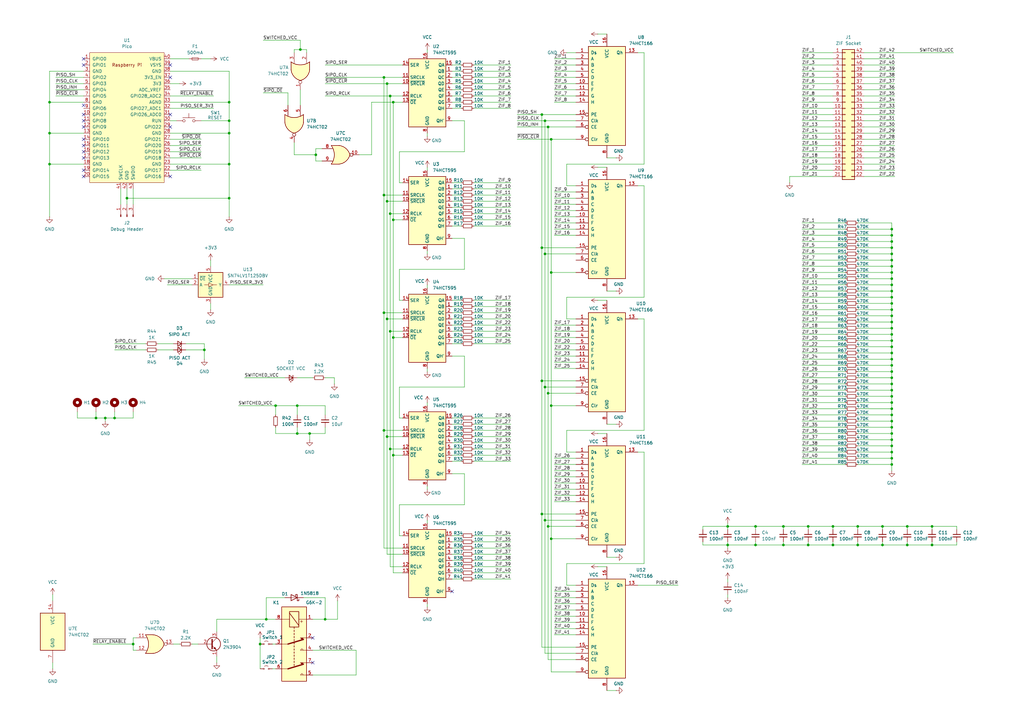
<source format=kicad_sch>
(kicad_sch (version 20231120) (generator "eeschema") (generator_version "8.0")
  (paper "A3")
  (lib_symbols
    (symbol "74xx:74HC02" (pin_names (offset 1.016))
      (property "Reference" "U" (at 0 1.27 0))
      (property "Value" "74HC02" (at 0 -1.27 0))
      (symbol "74HC02_1_1"
        (pin output inverted (at 7.62 0 180) (length 3.81) (name "~") (number "1"))
        (pin input line (at -7.62 2.54 0) (length 4.318) (name "~") (number "2"))
        (pin input line (at -7.62 -2.54 0) (length 4.318) (name "~") (number "3"))
      )
      (symbol "74HC02_1_2"
        (pin output line (at 7.62 0 180) (length 3.81) (name "~") (number "1"))
        (pin input inverted (at -7.62 2.54 0) (length 3.81) (name "~") (number "2"))
        (pin input inverted (at -7.62 -2.54 0) (length 3.81) (name "~") (number "3"))
      )
      (symbol "74HC02_2_1"
        (pin output inverted (at 7.62 0 180) (length 3.81) (name "~") (number "4"))
        (pin input line (at -7.62 2.54 0) (length 4.318) (name "~") (number "5"))
        (pin input line (at -7.62 -2.54 0) (length 4.318) (name "~") (number "6"))
      )
      (symbol "74HC02_2_2"
        (pin output line (at 7.62 0 180) (length 3.81) (name "~") (number "4"))
        (pin input inverted (at -7.62 2.54 0) (length 3.81) (name "~") (number "5"))
        (pin input inverted (at -7.62 -2.54 0) (length 3.81) (name "~") (number "6"))
      )
      (symbol "74HC02_3_1"
        (pin output inverted (at 7.62 0 180) (length 3.81) (name "~") (number "10"))
        (pin input line (at -7.62 2.54 0) (length 4.318) (name "~") (number "8"))
        (pin input line (at -7.62 -2.54 0) (length 4.318) (name "~") (number "9"))
      )
      (symbol "74HC02_3_2"
        (pin output line (at 7.62 0 180) (length 3.81) (name "~") (number "10"))
        (pin input inverted (at -7.62 2.54 0) (length 3.81) (name "~") (number "8"))
        (pin input inverted (at -7.62 -2.54 0) (length 3.81) (name "~") (number "9"))
      )
      (symbol "74HC02_4_1"
        (pin input line (at -7.62 2.54 0) (length 4.318) (name "~") (number "11"))
        (pin input line (at -7.62 -2.54 0) (length 4.318) (name "~") (number "12"))
        (pin output inverted (at 7.62 0 180) (length 3.81) (name "~") (number "13"))
      )
      (symbol "74HC02_4_2"
        (pin input inverted (at -7.62 2.54 0) (length 3.81) (name "~") (number "11"))
        (pin input inverted (at -7.62 -2.54 0) (length 3.81) (name "~") (number "12"))
        (pin output line (at 7.62 0 180) (length 3.81) (name "~") (number "13"))
      )
      (symbol "74HC02_5_0"
        (pin power_in line (at 0 12.7 270) (length 5.08) (name "VCC") (number "14"))
        (pin power_in line (at 0 -12.7 90) (length 5.08) (name "GND") (number "7"))
      )
    )
    (symbol "74xx:74HC595"
      (property "Reference" "U" (at -7.62 13.97 0))
      (property "Value" "74HC595" (at -7.62 -16.51 0))
      (symbol "74HC595_1_0"
        (pin tri_state line (at 10.16 7.62 180) (length 2.54) (name "QB") (number "1"))
        (pin input line (at -10.16 2.54 0) (length 2.54) (name "~{SRCLR}") (number "10"))
        (pin input line (at -10.16 5.08 0) (length 2.54) (name "SRCLK") (number "11"))
        (pin input line (at -10.16 -2.54 0) (length 2.54) (name "RCLK") (number "12"))
        (pin input line (at -10.16 -5.08 0) (length 2.54) (name "~{OE}") (number "13"))
        (pin input line (at -10.16 10.16 0) (length 2.54) (name "SER") (number "14"))
        (pin tri_state line (at 10.16 10.16 180) (length 2.54) (name "QA") (number "15"))
        (pin power_in line (at 0 15.24 270) (length 2.54) (name "VCC") (number "16"))
        (pin tri_state line (at 10.16 5.08 180) (length 2.54) (name "QC") (number "2"))
        (pin tri_state line (at 10.16 2.54 180) (length 2.54) (name "QD") (number "3"))
        (pin tri_state line (at 10.16 0 180) (length 2.54) (name "QE") (number "4"))
        (pin tri_state line (at 10.16 -2.54 180) (length 2.54) (name "QF") (number "5"))
        (pin tri_state line (at 10.16 -5.08 180) (length 2.54) (name "QG") (number "6"))
        (pin tri_state line (at 10.16 -7.62 180) (length 2.54) (name "QH") (number "7"))
        (pin power_in line (at 0 -17.78 90) (length 2.54) (name "GND") (number "8"))
        (pin output line (at 10.16 -12.7 180) (length 2.54) (name "QH'") (number "9"))
      )
    )
    (symbol "74xx:74LS166" (pin_names (offset 1.016))
      (property "Reference" "U" (at -7.62 21.59 0))
      (property "Value" "74LS166" (at -7.62 -21.59 0))
      (symbol "74LS166_1_0"
        (pin input line (at -12.7 17.78 0) (length 5.08) (name "Ds") (number "1"))
        (pin input line (at -12.7 5.08 0) (length 5.08) (name "E") (number "10"))
        (pin input line (at -12.7 2.54 0) (length 5.08) (name "F") (number "11"))
        (pin input line (at -12.7 0 0) (length 5.08) (name "G") (number "12"))
        (pin output line (at 12.7 17.78 180) (length 5.08) (name "Qh") (number "13"))
        (pin input line (at -12.7 -2.54 0) (length 5.08) (name "H") (number "14"))
        (pin input inverted (at -12.7 -7.62 0) (length 5.08) (name "PE") (number "15"))
        (pin power_in line (at 0 25.4 270) (length 5.08) (name "VCC") (number "16"))
        (pin input line (at -12.7 15.24 0) (length 5.08) (name "A") (number "2"))
        (pin input line (at -12.7 12.7 0) (length 5.08) (name "B") (number "3"))
        (pin input line (at -12.7 10.16 0) (length 5.08) (name "C") (number "4"))
        (pin input line (at -12.7 7.62 0) (length 5.08) (name "D") (number "5"))
        (pin input inverted (at -12.7 -12.7 0) (length 5.08) (name "CE") (number "6"))
        (pin input line (at -12.7 -10.16 0) (length 5.08) (name "Clk") (number "7"))
        (pin power_in line (at 0 -25.4 90) (length 5.08) (name "GND") (number "8"))
        (pin input inverted (at -12.7 -17.78 0) (length 5.08) (name "Clr") (number "9"))
      )
    )
    (symbol "Connector:Conn_01x03_Pin" (pin_names (offset 1.016) hide)
      (property "Reference" "J" (at 0 5.08 0))
      (property "Value" "Conn_01x03_Pin" (at 0 -5.08 0))
      (symbol "Conn_01x03_Pin_1_1"
        (pin passive line (at 5.08 2.54 180) (length 3.81) (name "Pin_1") (number "1"))
        (pin passive line (at 5.08 0 180) (length 3.81) (name "Pin_2") (number "2"))
        (pin passive line (at 5.08 -2.54 180) (length 3.81) (name "Pin_3") (number "3"))
      )
    )
    (symbol "Connector_Generic:Conn_02x21_Counter_Clockwise" (pin_names (offset 1.016) hide)
      (property "Reference" "J" (at 1.27 27.94 0))
      (property "Value" "Conn_02x21_Counter_Clockwise" (at 1.27 -27.94 0))
      (symbol "Conn_02x21_Counter_Clockwise_1_1"
        (pin passive line (at -5.08 25.4 0) (length 3.81) (name "Pin_1") (number "1"))
        (pin passive line (at -5.08 2.54 0) (length 3.81) (name "Pin_10") (number "10"))
        (pin passive line (at -5.08 0 0) (length 3.81) (name "Pin_11") (number "11"))
        (pin passive line (at -5.08 -2.54 0) (length 3.81) (name "Pin_12") (number "12"))
        (pin passive line (at -5.08 -5.08 0) (length 3.81) (name "Pin_13") (number "13"))
        (pin passive line (at -5.08 -7.62 0) (length 3.81) (name "Pin_14") (number "14"))
        (pin passive line (at -5.08 -10.16 0) (length 3.81) (name "Pin_15") (number "15"))
        (pin passive line (at -5.08 -12.7 0) (length 3.81) (name "Pin_16") (number "16"))
        (pin passive line (at -5.08 -15.24 0) (length 3.81) (name "Pin_17") (number "17"))
        (pin passive line (at -5.08 -17.78 0) (length 3.81) (name "Pin_18") (number "18"))
        (pin passive line (at -5.08 -20.32 0) (length 3.81) (name "Pin_19") (number "19"))
        (pin passive line (at -5.08 22.86 0) (length 3.81) (name "Pin_2") (number "2"))
        (pin passive line (at -5.08 -22.86 0) (length 3.81) (name "Pin_20") (number "20"))
        (pin passive line (at -5.08 -25.4 0) (length 3.81) (name "Pin_21") (number "21"))
        (pin passive line (at 7.62 -25.4 180) (length 3.81) (name "Pin_22") (number "22"))
        (pin passive line (at 7.62 -22.86 180) (length 3.81) (name "Pin_23") (number "23"))
        (pin passive line (at 7.62 -20.32 180) (length 3.81) (name "Pin_24") (number "24"))
        (pin passive line (at 7.62 -17.78 180) (length 3.81) (name "Pin_25") (number "25"))
        (pin passive line (at 7.62 -15.24 180) (length 3.81) (name "Pin_26") (number "26"))
        (pin passive line (at 7.62 -12.7 180) (length 3.81) (name "Pin_27") (number "27"))
        (pin passive line (at 7.62 -10.16 180) (length 3.81) (name "Pin_28") (number "28"))
        (pin passive line (at 7.62 -7.62 180) (length 3.81) (name "Pin_29") (number "29"))
        (pin passive line (at -5.08 20.32 0) (length 3.81) (name "Pin_3") (number "3"))
        (pin passive line (at 7.62 -5.08 180) (length 3.81) (name "Pin_30") (number "30"))
        (pin passive line (at 7.62 -2.54 180) (length 3.81) (name "Pin_31") (number "31"))
        (pin passive line (at 7.62 0 180) (length 3.81) (name "Pin_32") (number "32"))
        (pin passive line (at 7.62 2.54 180) (length 3.81) (name "Pin_33") (number "33"))
        (pin passive line (at 7.62 5.08 180) (length 3.81) (name "Pin_34") (number "34"))
        (pin passive line (at 7.62 7.62 180) (length 3.81) (name "Pin_35") (number "35"))
        (pin passive line (at 7.62 10.16 180) (length 3.81) (name "Pin_36") (number "36"))
        (pin passive line (at 7.62 12.7 180) (length 3.81) (name "Pin_37") (number "37"))
        (pin passive line (at 7.62 15.24 180) (length 3.81) (name "Pin_38") (number "38"))
        (pin passive line (at 7.62 17.78 180) (length 3.81) (name "Pin_39") (number "39"))
        (pin passive line (at -5.08 17.78 0) (length 3.81) (name "Pin_4") (number "4"))
        (pin passive line (at 7.62 20.32 180) (length 3.81) (name "Pin_40") (number "40"))
        (pin passive line (at 7.62 22.86 180) (length 3.81) (name "Pin_41") (number "41"))
        (pin passive line (at 7.62 25.4 180) (length 3.81) (name "Pin_42") (number "42"))
        (pin passive line (at -5.08 15.24 0) (length 3.81) (name "Pin_5") (number "5"))
        (pin passive line (at -5.08 12.7 0) (length 3.81) (name "Pin_6") (number "6"))
        (pin passive line (at -5.08 10.16 0) (length 3.81) (name "Pin_7") (number "7"))
        (pin passive line (at -5.08 7.62 0) (length 3.81) (name "Pin_8") (number "8"))
        (pin passive line (at -5.08 5.08 0) (length 3.81) (name "Pin_9") (number "9"))
      )
    )
    (symbol "Device:C_Small" (pin_numbers hide) (pin_names (offset 0.254) hide)
      (property "Reference" "C" (at 0.254 1.778 0))
      (property "Value" "C_Small" (at 0.254 -2.032 0))
      (symbol "C_Small_1_1"
        (pin passive line (at 0 2.54 270) (length 2.032) (name "~") (number "1"))
        (pin passive line (at 0 -2.54 90) (length 2.032) (name "~") (number "2"))
      )
    )
    (symbol "Device:Fuse_Small" (pin_numbers hide) (pin_names (offset 0.254) hide)
      (property "Reference" "F" (at 0 -1.524 0))
      (property "Value" "Fuse_Small" (at 0 1.524 0))
      (symbol "Fuse_Small_1_1"
        (pin passive line (at -2.54 0 0) (length 1.27) (name "~") (number "1"))
        (pin passive line (at 2.54 0 180) (length 1.27) (name "~") (number "2"))
      )
    )
    (symbol "Device:LED_Small" (pin_numbers hide) (pin_names (offset 0.254) hide)
      (property "Reference" "D" (at -1.27 3.175 0))
      (property "Value" "LED_Small" (at -4.445 -2.54 0))
      (symbol "LED_Small_1_1"
        (pin passive line (at -2.54 0 0) (length 1.778) (name "K") (number "1"))
        (pin passive line (at 2.54 0 180) (length 1.778) (name "A") (number "2"))
      )
    )
    (symbol "Device:R_Small" (pin_numbers hide) (pin_names (offset 0.254) hide)
      (property "Reference" "R" (at 0.762 0.508 0))
      (property "Value" "R_Small" (at 0.762 -1.016 0))
      (symbol "R_Small_1_1"
        (pin passive line (at 0 2.54 270) (length 0.762) (name "~") (number "1"))
        (pin passive line (at 0 -2.54 90) (length 0.762) (name "~") (number "2"))
      )
    )
    (symbol "Diode:1N5818" (pin_numbers hide) (pin_names (offset 1.016) hide)
      (property "Reference" "D" (at 0 2.54 0))
      (property "Value" "1N5818" (at 0 -2.54 0))
      (symbol "1N5818_1_1"
        (pin passive line (at -3.81 0 0) (length 2.54) (name "K") (number "1"))
        (pin passive line (at 3.81 0 180) (length 2.54) (name "A") (number "2"))
      )
    )
    (symbol "Jumper:Jumper_2_Small_Open" (pin_numbers hide) (pin_names (offset 0) hide) (exclude_from_sim yes)
      (property "Reference" "JP" (at 0 2.794 0))
      (property "Value" "Jumper_2_Small_Open" (at 0 -2.286 0))
      (symbol "Jumper_2_Small_Open_1_1"
        (pin passive line (at -2.54 0 0) (length 1.27) (name "A") (number "1"))
        (pin passive line (at 2.54 0 180) (length 1.27) (name "B") (number "2"))
      )
    )
    (symbol "Logic_LevelTranslator:SN74LV1T125DBV"
      (property "Reference" "U" (at 5.08 6.35 0))
      (property "Value" "SN74LV1T125DBV" (at 5.08 3.81 0))
      (symbol "SN74LV1T125DBV_1_1"
        (pin input line (at -7.62 2.54 0) (length 2.54) (name "~{OE}") (number "1"))
        (pin input line (at -7.62 0 0) (length 2.54) (name "A") (number "2"))
        (pin power_in line (at 0 -7.62 90) (length 2.54) (name "GND") (number "3"))
        (pin output line (at 7.62 0 180) (length 2.54) (name "Y") (number "4"))
        (pin power_in line (at 0 7.62 270) (length 2.54) (name "VCC") (number "5"))
      )
    )
    (symbol "MCU_RaspberryPi_and_Boards:Pico" (pin_names (offset 1.016))
      (property "Reference" "U" (at -13.97 27.94 0))
      (property "Value" "Pico" (at 0 19.05 0))
      (symbol "Pico_0_0"
        (text "Raspberry Pi" (at 0 21.59 0) (effects (font (size 1.27 1.27))))
      )
      (symbol "Pico_1_1"
        (pin bidirectional line (at -17.78 24.13 0) (length 2.54) (name "GPIO0") (number "1"))
        (pin bidirectional line (at -17.78 1.27 0) (length 2.54) (name "GPIO7") (number "10"))
        (pin bidirectional line (at -17.78 -1.27 0) (length 2.54) (name "GPIO8") (number "11"))
        (pin bidirectional line (at -17.78 -3.81 0) (length 2.54) (name "GPIO9") (number "12"))
        (pin power_in line (at -17.78 -6.35 0) (length 2.54) (name "GND") (number "13"))
        (pin bidirectional line (at -17.78 -8.89 0) (length 2.54) (name "GPIO10") (number "14"))
        (pin bidirectional line (at -17.78 -11.43 0) (length 2.54) (name "GPIO11") (number "15"))
        (pin bidirectional line (at -17.78 -13.97 0) (length 2.54) (name "GPIO12") (number "16"))
        (pin bidirectional line (at -17.78 -16.51 0) (length 2.54) (name "GPIO13") (number "17"))
        (pin power_in line (at -17.78 -19.05 0) (length 2.54) (name "GND") (number "18"))
        (pin bidirectional line (at -17.78 -21.59 0) (length 2.54) (name "GPIO14") (number "19"))
        (pin bidirectional line (at -17.78 21.59 0) (length 2.54) (name "GPIO1") (number "2"))
        (pin bidirectional line (at -17.78 -24.13 0) (length 2.54) (name "GPIO15") (number "20"))
        (pin bidirectional line (at 17.78 -24.13 180) (length 2.54) (name "GPIO16") (number "21"))
        (pin bidirectional line (at 17.78 -21.59 180) (length 2.54) (name "GPIO17") (number "22"))
        (pin power_in line (at 17.78 -19.05 180) (length 2.54) (name "GND") (number "23"))
        (pin bidirectional line (at 17.78 -16.51 180) (length 2.54) (name "GPIO18") (number "24"))
        (pin bidirectional line (at 17.78 -13.97 180) (length 2.54) (name "GPIO19") (number "25"))
        (pin bidirectional line (at 17.78 -11.43 180) (length 2.54) (name "GPIO20") (number "26"))
        (pin bidirectional line (at 17.78 -8.89 180) (length 2.54) (name "GPIO21") (number "27"))
        (pin power_in line (at 17.78 -6.35 180) (length 2.54) (name "GND") (number "28"))
        (pin bidirectional line (at 17.78 -3.81 180) (length 2.54) (name "GPIO22") (number "29"))
        (pin power_in line (at -17.78 19.05 0) (length 2.54) (name "GND") (number "3"))
        (pin input line (at 17.78 -1.27 180) (length 2.54) (name "RUN") (number "30"))
        (pin bidirectional line (at 17.78 1.27 180) (length 2.54) (name "GPIO26_ADC0") (number "31"))
        (pin bidirectional line (at 17.78 3.81 180) (length 2.54) (name "GPIO27_ADC1") (number "32"))
        (pin power_in line (at 17.78 6.35 180) (length 2.54) (name "AGND") (number "33"))
        (pin bidirectional line (at 17.78 8.89 180) (length 2.54) (name "GPIO28_ADC2") (number "34"))
        (pin unspecified line (at 17.78 11.43 180) (length 2.54) (name "ADC_VREF") (number "35"))
        (pin unspecified line (at 17.78 13.97 180) (length 2.54) (name "3V3") (number "36"))
        (pin input line (at 17.78 16.51 180) (length 2.54) (name "3V3_EN") (number "37"))
        (pin bidirectional line (at 17.78 19.05 180) (length 2.54) (name "GND") (number "38"))
        (pin unspecified line (at 17.78 21.59 180) (length 2.54) (name "VSYS") (number "39"))
        (pin bidirectional line (at -17.78 16.51 0) (length 2.54) (name "GPIO2") (number "4"))
        (pin unspecified line (at 17.78 24.13 180) (length 2.54) (name "VBUS") (number "40"))
        (pin input line (at -2.54 -29.21 90) (length 2.54) (name "SWCLK") (number "41"))
        (pin power_in line (at 0 -29.21 90) (length 2.54) (name "GND") (number "42"))
        (pin bidirectional line (at 2.54 -29.21 90) (length 2.54) (name "SWDIO") (number "43"))
        (pin bidirectional line (at -17.78 13.97 0) (length 2.54) (name "GPIO3") (number "5"))
        (pin bidirectional line (at -17.78 11.43 0) (length 2.54) (name "GPIO4") (number "6"))
        (pin bidirectional line (at -17.78 8.89 0) (length 2.54) (name "GPIO5") (number "7"))
        (pin power_in line (at -17.78 6.35 0) (length 2.54) (name "GND") (number "8"))
        (pin bidirectional line (at -17.78 3.81 0) (length 2.54) (name "GPIO6") (number "9"))
      )
    )
    (symbol "Mechanical:MountingHole_Pad" (pin_numbers hide) (pin_names (offset 1.016) hide) (exclude_from_sim yes) (in_bom no)
      (property "Reference" "H" (at 0 6.35 0))
      (property "Value" "MountingHole_Pad" (at 0 4.445 0))
      (symbol "MountingHole_Pad_1_1"
        (pin input line (at 0 -2.54 90) (length 2.54) (name "1") (number "1"))
      )
    )
    (symbol "Relay:G6K-2"
      (property "Reference" "K" (at 16.51 3.81 0))
      (property "Value" "G6K-2" (at 16.51 1.27 0))
      (symbol "G6K-2_0_0"
        (text "+" (at -9.271 2.921 0) (effects (font (size 1.27 1.27))))
      )
      (symbol "G6K-2_1_1"
        (pin passive line (at -10.16 7.62 270) (length 2.54) (name "~") (number "1"))
        (pin passive line (at -2.54 7.62 270) (length 2.54) (name "~") (number "2"))
        (pin passive line (at 0 -7.62 90) (length 2.54) (name "~") (number "3"))
        (pin passive line (at 2.54 7.62 270) (length 2.54) (name "~") (number "4"))
        (pin passive line (at 12.7 7.62 270) (length 2.54) (name "~") (number "5"))
        (pin passive line (at 10.16 -7.62 90) (length 2.54) (name "~") (number "6"))
        (pin passive line (at 7.62 7.62 270) (length 2.54) (name "~") (number "7"))
        (pin passive line (at -10.16 -7.62 90) (length 2.54) (name "~") (number "8"))
      )
    )
    (symbol "Switch:SW_Push" (pin_numbers hide) (pin_names (offset 1.016) hide)
      (property "Reference" "SW" (at 1.27 2.54 0))
      (property "Value" "SW_Push" (at 0 -1.524 0))
      (symbol "SW_Push_0_1"
        (pin passive line (at -5.08 0 0) (length 2.54) (name "1") (number "1"))
        (pin passive line (at 5.08 0 180) (length 2.54) (name "2") (number "2"))
      )
    )
    (symbol "Transistor_BJT:2N3904" (pin_names (offset 0) hide)
      (property "Reference" "Q" (at 5.08 1.905 0))
      (property "Value" "2N3904" (at 5.08 0 0))
      (symbol "2N3904_1_1"
        (pin passive line (at 2.54 -5.08 90) (length 2.54) (name "E") (number "1"))
        (pin passive line (at -5.08 0 0) (length 5.715) (name "B") (number "2"))
        (pin passive line (at 2.54 5.08 270) (length 2.54) (name "C") (number "3"))
      )
    )
    (symbol "power:+3V3" (power) (pin_numbers hide) (pin_names (offset 0) hide)
      (property "Value" "+3V3" (at 0 3.556 0))
      (symbol "+3V3_1_1"
        (pin power_in line (at 0 0 90) (length 0) (name "~") (number "1"))
      )
    )
    (symbol "power:GND" (power) (pin_numbers hide) (pin_names (offset 0) hide)
      (property "Value" "GND" (at 0 -3.81 0))
      (symbol "GND_1_1"
        (pin power_in line (at 0 0 270) (length 0) (name "~") (number "1"))
      )
    )
    (symbol "power:VCC" (power) (pin_numbers hide) (pin_names (offset 0) hide)
      (property "Value" "VCC" (at 0 3.556 0))
      (symbol "VCC_1_1"
        (pin power_in line (at 0 0 90) (length 0) (name "~") (number "1"))
      )
    )
  )
  (junction (at 158.75 34.29))
  (junction (at 222.25 210.82))
  (junction (at 365.76 167.64))
  (junction (at 223.52 158.75))
  (junction (at 365.76 127))
  (junction (at 20.32 41.91))
  (junction (at 382.27 215.9))
  (junction (at 365.76 104.14))
  (junction (at 331.47 215.9))
  (junction (at 365.76 137.16))
  (junction (at 161.29 138.43))
  (junction (at 226.06 166.37))
  (junction (at 160.02 87.63))
  (junction (at 223.52 213.36))
  (junction (at 129.54 63.5))
  (junction (at 226.06 220.98))
  (junction (at 226.06 111.76))
  (junction (at 222.25 101.6))
  (junction (at 158.75 179.07))
  (junction (at 321.31 223.52))
  (junction (at 365.76 93.98))
  (junction (at 365.76 99.06))
  (junction (at 365.76 134.62))
  (junction (at 365.76 162.56))
  (junction (at 365.76 111.76))
  (junction (at 365.76 124.46))
  (junction (at 365.76 139.7))
  (junction (at 351.79 223.52))
  (junction (at 365.76 185.42))
  (junction (at 365.76 119.38))
  (junction (at 309.88 215.9))
  (junction (at 20.32 54.61))
  (junction (at 160.02 135.89))
  (junction (at 93.98 41.91))
  (junction (at 365.76 165.1))
  (junction (at 127 177.8))
  (junction (at 365.76 106.68))
  (junction (at 223.52 49.53))
  (junction (at 361.95 223.52))
  (junction (at 157.48 31.75))
  (junction (at 226.06 57.15))
  (junction (at 93.98 67.31))
  (junction (at 224.79 215.9))
  (junction (at 365.76 187.96))
  (junction (at 365.76 180.34))
  (junction (at 93.98 49.53))
  (junction (at 365.76 129.54))
  (junction (at 157.48 80.01))
  (junction (at 39.37 171.45))
  (junction (at 161.29 41.91))
  (junction (at 298.45 223.52))
  (junction (at 365.76 157.48))
  (junction (at 365.76 149.86))
  (junction (at 365.76 101.6))
  (junction (at 365.76 172.72))
  (junction (at 93.98 81.28))
  (junction (at 321.31 215.9))
  (junction (at 309.88 223.52))
  (junction (at 157.48 128.27))
  (junction (at 382.27 223.52))
  (junction (at 113.03 166.37))
  (junction (at 365.76 121.92))
  (junction (at 365.76 154.94))
  (junction (at 224.79 52.07))
  (junction (at 158.75 82.55))
  (junction (at 158.75 130.81))
  (junction (at 365.76 109.22))
  (junction (at 365.76 116.84))
  (junction (at 365.76 170.18))
  (junction (at 365.76 177.8))
  (junction (at 341.63 215.9))
  (junction (at 361.95 215.9))
  (junction (at 224.79 161.29))
  (junction (at 157.48 176.53))
  (junction (at 52.07 81.28))
  (junction (at 331.47 223.52))
  (junction (at 46.99 171.45))
  (junction (at 365.76 144.78))
  (junction (at 365.76 147.32))
  (junction (at 106.68 264.16))
  (junction (at 20.32 67.31))
  (junction (at 365.76 152.4))
  (junction (at 372.11 215.9))
  (junction (at 365.76 175.26))
  (junction (at 223.52 104.14))
  (junction (at 161.29 90.17))
  (junction (at 365.76 182.88))
  (junction (at 123.19 20.32))
  (junction (at 365.76 114.3))
  (junction (at 365.76 132.08))
  (junction (at 341.63 223.52))
  (junction (at 121.92 166.37))
  (junction (at 365.76 160.02))
  (junction (at 109.22 254))
  (junction (at 54.61 264.16))
  (junction (at 351.79 215.9))
  (junction (at 83.82 143.51))
  (junction (at 365.76 96.52))
  (junction (at 365.76 142.24))
  (junction (at 222.25 46.99))
  (junction (at 161.29 186.69))
  (junction (at 222.25 156.21))
  (junction (at 298.45 215.9))
  (junction (at 121.92 177.8))
  (junction (at 43.18 171.45))
  (junction (at 372.11 223.52))
  (junction (at 133.35 254))
  (junction (at 93.98 54.61))
  (junction (at 160.02 184.15))
  (junction (at 160.02 39.37))
  (junction (at 365.76 190.5))
  (no_connect (at 34.29 43.18))
  (no_connect (at 34.29 69.85))
  (no_connect (at 34.29 62.23))
  (no_connect (at 34.29 24.13))
  (no_connect (at 69.85 72.39))
  (no_connect (at 34.29 64.77))
  (no_connect (at 128.27 271.78))
  (no_connect (at 34.29 59.69))
  (no_connect (at 69.85 31.75))
  (no_connect (at 185.42 242.57))
  (no_connect (at 69.85 52.07))
  (no_connect (at 128.27 261.62))
  (no_connect (at 34.29 49.53))
  (no_connect (at 69.85 46.99))
  (no_connect (at 69.85 26.67))
  (no_connect (at 34.29 57.15))
  (no_connect (at 34.29 52.07))
  (no_connect (at 34.29 46.99))
  (no_connect (at 34.29 72.39))
  (no_connect (at 34.29 26.67))
  (wire (pts (xy 22.86 39.37) (xy 34.29 39.37)))
  (wire (pts (xy 365.76 175.26) (xy 365.76 177.8)))
  (wire (pts (xy 351.79 152.4) (xy 365.76 152.4)))
  (wire (pts (xy 351.79 121.92) (xy 365.76 121.92)))
  (wire (pts (xy 331.47 223.52) (xy 341.63 223.52)))
  (wire (pts (xy 328.93 41.91) (xy 341.63 41.91)))
  (wire (pts (xy 341.63 215.9) (xy 351.79 215.9)))
  (wire (pts (xy 83.82 143.51) (xy 83.82 147.32)))
  (wire (pts (xy 121.92 177.8) (xy 127 177.8)))
  (wire (pts (xy 185.42 80.01) (xy 189.23 80.01)))
  (wire (pts (xy 194.31 176.53) (xy 209.55 176.53)))
  (wire (pts (xy 20.32 54.61) (xy 20.32 41.91)))
  (wire (pts (xy 20.32 88.9) (xy 20.32 67.31)))
  (wire (pts (xy 245.11 13.97) (xy 248.92 13.97)))
  (wire (pts (xy 224.79 52.07) (xy 224.79 161.29)))
  (wire (pts (xy 20.32 54.61) (xy 34.29 54.61)))
  (wire (pts (xy 354.33 26.67) (xy 367.03 26.67)))
  (wire (pts (xy 354.33 69.85) (xy 367.03 69.85)))
  (wire (pts (xy 129.54 60.96) (xy 129.54 63.5)))
  (wire (pts (xy 261.62 21.59) (xy 264.16 21.59)))
  (wire (pts (xy 93.98 41.91) (xy 93.98 49.53)))
  (wire (pts (xy 264.16 176.53) (xy 232.41 176.53)))
  (wire (pts (xy 227.33 83.82) (xy 236.22 83.82)))
  (wire (pts (xy 212.09 52.07) (xy 224.79 52.07)))
  (wire (pts (xy 194.31 87.63) (xy 209.55 87.63)))
  (wire (pts (xy 227.33 198.12) (xy 236.22 198.12)))
  (wire (pts (xy 232.41 130.81) (xy 236.22 130.81)))
  (wire (pts (xy 107.95 38.1) (xy 118.11 38.1)))
  (wire (pts (xy 328.93 157.48) (xy 346.71 157.48)))
  (wire (pts (xy 109.22 254) (xy 109.22 245.11)))
  (wire (pts (xy 185.42 135.89) (xy 189.23 135.89)))
  (wire (pts (xy 194.31 31.75) (xy 209.55 31.75)))
  (wire (pts (xy 185.42 140.97) (xy 189.23 140.97)))
  (wire (pts (xy 351.79 180.34) (xy 365.76 180.34)))
  (wire (pts (xy 351.79 106.68) (xy 365.76 106.68)))
  (wire (pts (xy 82.55 49.53) (xy 93.98 49.53)))
  (wire (pts (xy 133.35 31.75) (xy 157.48 31.75)))
  (wire (pts (xy 175.26 247.65) (xy 175.26 248.92)))
  (wire (pts (xy 365.76 157.48) (xy 365.76 160.02)))
  (wire (pts (xy 351.79 124.46) (xy 365.76 124.46)))
  (wire (pts (xy 83.82 140.97) (xy 83.82 143.51)))
  (wire (pts (xy 185.42 34.29) (xy 189.23 34.29)))
  (wire (pts (xy 152.4 41.91) (xy 161.29 41.91)))
  (wire (pts (xy 309.88 223.52) (xy 321.31 223.52)))
  (wire (pts (xy 354.33 29.21) (xy 367.03 29.21)))
  (wire (pts (xy 226.06 111.76) (xy 226.06 166.37)))
  (wire (pts (xy 328.93 44.45) (xy 341.63 44.45)))
  (wire (pts (xy 261.62 130.81) (xy 264.16 130.81)))
  (wire (pts (xy 227.33 41.91) (xy 236.22 41.91)))
  (wire (pts (xy 158.75 179.07) (xy 165.1 179.07)))
  (wire (pts (xy 185.42 227.33) (xy 189.23 227.33)))
  (wire (pts (xy 227.33 138.43) (xy 236.22 138.43)))
  (wire (pts (xy 39.37 168.91) (xy 39.37 171.45)))
  (wire (pts (xy 264.16 231.14) (xy 232.41 231.14)))
  (wire (pts (xy 86.36 106.68) (xy 86.36 109.22)))
  (wire (pts (xy 328.93 142.24) (xy 346.71 142.24)))
  (wire (pts (xy 227.33 250.19) (xy 236.22 250.19)))
  (wire (pts (xy 351.79 127) (xy 365.76 127)))
  (wire (pts (xy 158.75 130.81) (xy 158.75 179.07)))
  (wire (pts (xy 328.93 144.78) (xy 346.71 144.78)))
  (wire (pts (xy 245.11 232.41) (xy 248.92 232.41)))
  (wire (pts (xy 185.42 36.83) (xy 189.23 36.83)))
  (wire (pts (xy 351.79 167.64) (xy 365.76 167.64)))
  (wire (pts (xy 190.5 62.23) (xy 163.83 62.23)))
  (wire (pts (xy 328.93 167.64) (xy 346.71 167.64)))
  (wire (pts (xy 113.03 175.26) (xy 113.03 177.8)))
  (wire (pts (xy 194.31 41.91) (xy 209.55 41.91)))
  (wire (pts (xy 351.79 101.6) (xy 365.76 101.6)))
  (wire (pts (xy 264.16 121.92) (xy 232.41 121.92)))
  (wire (pts (xy 365.76 190.5) (xy 365.76 193.04)))
  (wire (pts (xy 328.93 64.77) (xy 341.63 64.77)))
  (wire (pts (xy 224.79 215.9) (xy 236.22 215.9)))
  (wire (pts (xy 21.59 243.84) (xy 21.59 246.38)))
  (wire (pts (xy 120.65 58.42) (xy 120.65 63.5)))
  (wire (pts (xy 328.93 185.42) (xy 346.71 185.42)))
  (wire (pts (xy 68.58 116.84) (xy 78.74 116.84)))
  (wire (pts (xy 185.42 234.95) (xy 189.23 234.95)))
  (wire (pts (xy 354.33 46.99) (xy 367.03 46.99)))
  (wire (pts (xy 392.43 215.9) (xy 392.43 217.17)))
  (wire (pts (xy 365.76 93.98) (xy 365.76 96.52)))
  (wire (pts (xy 223.52 104.14) (xy 223.52 158.75)))
  (wire (pts (xy 88.9 269.24) (xy 88.9 271.78)))
  (wire (pts (xy 20.32 67.31) (xy 20.32 54.61)))
  (wire (pts (xy 194.31 44.45) (xy 209.55 44.45)))
  (wire (pts (xy 328.93 127) (xy 346.71 127)))
  (wire (pts (xy 328.93 24.13) (xy 341.63 24.13)))
  (wire (pts (xy 160.02 87.63) (xy 160.02 135.89)))
  (wire (pts (xy 190.5 194.31) (xy 190.5 207.01)))
  (wire (pts (xy 223.52 213.36) (xy 223.52 267.97)))
  (wire (pts (xy 161.29 138.43) (xy 161.29 186.69)))
  (wire (pts (xy 328.93 52.07) (xy 341.63 52.07)))
  (wire (pts (xy 226.06 220.98) (xy 226.06 275.59)))
  (wire (pts (xy 328.93 91.44) (xy 346.71 91.44)))
  (wire (pts (xy 54.61 261.62) (xy 54.61 264.16)))
  (wire (pts (xy 222.25 101.6) (xy 222.25 156.21)))
  (wire (pts (xy 194.31 219.71) (xy 209.55 219.71)))
  (wire (pts (xy 20.32 41.91) (xy 34.29 41.91)))
  (wire (pts (xy 185.42 97.79) (xy 190.5 97.79)))
  (wire (pts (xy 351.79 157.48) (xy 365.76 157.48)))
  (wire (pts (xy 354.33 54.61) (xy 367.03 54.61)))
  (wire (pts (xy 321.31 223.52) (xy 331.47 223.52)))
  (wire (pts (xy 288.29 217.17) (xy 288.29 215.9)))
  (wire (pts (xy 121.92 166.37) (xy 133.35 166.37)))
  (wire (pts (xy 175.26 20.32) (xy 175.26 21.59)))
  (wire (pts (xy 116.84 154.94) (xy 100.33 154.94)))
  (wire (pts (xy 328.93 187.96) (xy 346.71 187.96)))
  (wire (pts (xy 309.88 215.9) (xy 309.88 217.17)))
  (wire (pts (xy 160.02 135.89) (xy 165.1 135.89)))
  (wire (pts (xy 351.79 116.84) (xy 365.76 116.84)))
  (wire (pts (xy 111.76 264.16) (xy 113.03 264.16)))
  (wire (pts (xy 365.76 152.4) (xy 365.76 154.94)))
  (wire (pts (xy 158.75 130.81) (xy 165.1 130.81)))
  (wire (pts (xy 194.31 26.67) (xy 209.55 26.67)))
  (wire (pts (xy 351.79 91.44) (xy 365.76 91.44)))
  (wire (pts (xy 190.5 158.75) (xy 163.83 158.75)))
  (wire (pts (xy 382.27 222.25) (xy 382.27 223.52)))
  (wire (pts (xy 351.79 142.24) (xy 365.76 142.24)))
  (wire (pts (xy 106.68 261.62) (xy 106.68 264.16)))
  (wire (pts (xy 365.76 104.14) (xy 365.76 106.68)))
  (wire (pts (xy 133.35 166.37) (xy 133.35 170.18)))
  (wire (pts (xy 67.31 114.3) (xy 78.74 114.3)))
  (wire (pts (xy 224.79 52.07) (xy 236.22 52.07)))
  (wire (pts (xy 133.35 177.8) (xy 133.35 175.26)))
  (wire (pts (xy 69.85 29.21) (xy 93.98 29.21)))
  (wire (pts (xy 354.33 39.37) (xy 367.03 39.37)))
  (wire (pts (xy 121.92 154.94) (xy 128.27 154.94)))
  (wire (pts (xy 223.52 213.36) (xy 236.22 213.36)))
  (wire (pts (xy 97.79 166.37) (xy 113.03 166.37)))
  (wire (pts (xy 328.93 180.34) (xy 346.71 180.34)))
  (wire (pts (xy 222.25 210.82) (xy 222.25 265.43)))
  (wire (pts (xy 69.85 39.37) (xy 87.63 39.37)))
  (wire (pts (xy 54.61 264.16) (xy 54.61 266.7)))
  (wire (pts (xy 354.33 57.15) (xy 367.03 57.15)))
  (wire (pts (xy 133.35 245.11) (xy 133.35 254)))
  (wire (pts (xy 298.45 243.84) (xy 298.45 245.11)))
  (wire (pts (xy 157.48 176.53) (xy 165.1 176.53)))
  (wire (pts (xy 354.33 36.83) (xy 367.03 36.83)))
  (wire (pts (xy 46.99 168.91) (xy 46.99 171.45)))
  (wire (pts (xy 227.33 29.21) (xy 236.22 29.21)))
  (wire (pts (xy 190.5 110.49) (xy 163.83 110.49)))
  (wire (pts (xy 185.42 44.45) (xy 189.23 44.45)))
  (wire (pts (xy 194.31 181.61) (xy 209.55 181.61)))
  (wire (pts (xy 361.95 223.52) (xy 372.11 223.52)))
  (wire (pts (xy 328.93 36.83) (xy 341.63 36.83)))
  (wire (pts (xy 146.05 276.86) (xy 146.05 266.7)))
  (wire (pts (xy 354.33 21.59) (xy 391.16 21.59)))
  (wire (pts (xy 365.76 121.92) (xy 365.76 124.46)))
  (wire (pts (xy 288.29 222.25) (xy 288.29 223.52)))
  (wire (pts (xy 127 177.8) (xy 127 180.34)))
  (wire (pts (xy 328.93 31.75) (xy 341.63 31.75)))
  (wire (pts (xy 232.41 240.03) (xy 236.22 240.03)))
  (wire (pts (xy 133.35 254) (xy 138.43 254)))
  (wire (pts (xy 21.59 271.78) (xy 21.59 274.32)))
  (wire (pts (xy 160.02 39.37) (xy 165.1 39.37)))
  (wire (pts (xy 227.33 200.66) (xy 236.22 200.66)))
  (wire (pts (xy 157.48 31.75) (xy 157.48 80.01)))
  (wire (pts (xy 194.31 186.69) (xy 209.55 186.69)))
  (wire (pts (xy 298.45 237.49) (xy 298.45 238.76)))
  (wire (pts (xy 93.98 116.84) (xy 107.95 116.84)))
  (wire (pts (xy 194.31 232.41) (xy 209.55 232.41)))
  (wire (pts (xy 185.42 146.05) (xy 190.5 146.05)))
  (wire (pts (xy 212.09 49.53) (xy 223.52 49.53)))
  (wire (pts (xy 64.77 140.97) (xy 71.12 140.97)))
  (wire (pts (xy 158.75 82.55) (xy 158.75 130.81)))
  (wire (pts (xy 245.11 177.8) (xy 248.92 177.8)))
  (wire (pts (xy 125.73 20.32) (xy 125.73 21.59)))
  (wire (pts (xy 298.45 222.25) (xy 298.45 223.52)))
  (wire (pts (xy 354.33 44.45) (xy 367.03 44.45)))
  (wire (pts (xy 161.29 41.91) (xy 161.29 90.17)))
  (wire (pts (xy 111.76 274.32) (xy 113.03 274.32)))
  (wire (pts (xy 185.42 41.91) (xy 189.23 41.91)))
  (wire (pts (xy 351.79 182.88) (xy 365.76 182.88)))
  (wire (pts (xy 152.4 41.91) (xy 152.4 63.5)))
  (wire (pts (xy 328.93 182.88) (xy 346.71 182.88)))
  (wire (pts (xy 248.92 64.77) (xy 252.73 64.77)))
  (wire (pts (xy 361.95 222.25) (xy 361.95 223.52)))
  (wire (pts (xy 160.02 184.15) (xy 160.02 232.41)))
  (wire (pts (xy 69.85 34.29) (xy 73.66 34.29)))
  (wire (pts (xy 331.47 222.25) (xy 331.47 223.52)))
  (wire (pts (xy 175.26 199.39) (xy 175.26 200.66)))
  (wire (pts (xy 69.85 57.15) (xy 82.55 57.15)))
  (wire (pts (xy 49.53 77.47) (xy 49.53 83.82)))
  (wire (pts (xy 161.29 90.17) (xy 161.29 138.43)))
  (wire (pts (xy 351.79 144.78) (xy 365.76 144.78)))
  (wire (pts (xy 185.42 181.61) (xy 189.23 181.61)))
  (wire (pts (xy 185.42 77.47) (xy 189.23 77.47)))
  (wire (pts (xy 185.42 74.93) (xy 189.23 74.93)))
  (wire (pts (xy 341.63 223.52) (xy 351.79 223.52)))
  (wire (pts (xy 129.54 63.5) (xy 129.54 66.04)))
  (wire (pts (xy 46.99 140.97) (xy 59.69 140.97)))
  (wire (pts (xy 194.31 85.09) (xy 209.55 85.09)))
  (wire (pts (xy 365.76 139.7) (xy 365.76 142.24)))
  (wire (pts (xy 123.19 20.32) (xy 125.73 20.32)))
  (wire (pts (xy 351.79 132.08) (xy 365.76 132.08)))
  (wire (pts (xy 20.32 41.91) (xy 20.32 29.21)))
  (wire (pts (xy 328.93 49.53) (xy 341.63 49.53)))
  (wire (pts (xy 52.07 81.28) (xy 52.07 83.82)))
  (wire (pts (xy 365.76 170.18) (xy 365.76 172.72)))
  (wire (pts (xy 351.79 170.18) (xy 365.76 170.18)))
  (wire (pts (xy 185.42 123.19) (xy 189.23 123.19)))
  (wire (pts (xy 222.25 46.99) (xy 236.22 46.99)))
  (wire (pts (xy 365.76 154.94) (xy 365.76 157.48)))
  (wire (pts (xy 194.31 123.19) (xy 209.55 123.19)))
  (wire (pts (xy 212.09 57.15) (xy 226.06 57.15)))
  (wire (pts (xy 109.22 245.11) (xy 116.84 245.11)))
  (wire (pts (xy 163.83 207.01) (xy 163.83 219.71)))
  (wire (pts (xy 351.79 147.32) (xy 365.76 147.32)))
  (wire (pts (xy 365.76 119.38) (xy 365.76 121.92)))
  (wire (pts (xy 365.76 180.34) (xy 365.76 182.88)))
  (wire (pts (xy 123.19 16.51) (xy 123.19 20.32)))
  (wire (pts (xy 365.76 99.06) (xy 365.76 101.6)))
  (wire (pts (xy 194.31 133.35) (xy 209.55 133.35)))
  (wire (pts (xy 248.92 228.6) (xy 252.73 228.6)))
  (wire (pts (xy 298.45 214.63) (xy 298.45 215.9)))
  (wire (pts (xy 54.61 266.7) (xy 55.88 266.7)))
  (wire (pts (xy 161.29 186.69) (xy 161.29 234.95)))
  (wire (pts (xy 224.79 161.29) (xy 224.79 215.9)))
  (wire (pts (xy 43.18 171.45) (xy 46.99 171.45)))
  (wire (pts (xy 328.93 57.15) (xy 341.63 57.15)))
  (wire (pts (xy 328.93 154.94) (xy 346.71 154.94)))
  (wire (pts (xy 160.02 232.41) (xy 165.1 232.41)))
  (wire (pts (xy 185.42 133.35) (xy 189.23 133.35)))
  (wire (pts (xy 223.52 49.53) (xy 236.22 49.53)))
  (wire (pts (xy 194.31 173.99) (xy 209.55 173.99)))
  (wire (pts (xy 226.06 57.15) (xy 226.06 111.76)))
  (wire (pts (xy 354.33 52.07) (xy 367.03 52.07)))
  (wire (pts (xy 175.26 213.36) (xy 175.26 214.63)))
  (wire (pts (xy 372.11 215.9) (xy 382.27 215.9)))
  (wire (pts (xy 194.31 90.17) (xy 209.55 90.17)))
  (wire (pts (xy 351.79 215.9) (xy 351.79 217.17)))
  (wire (pts (xy 185.42 138.43) (xy 189.23 138.43)))
  (wire (pts (xy 351.79 96.52) (xy 365.76 96.52)))
  (wire (pts (xy 351.79 114.3) (xy 365.76 114.3)))
  (wire (pts (xy 185.42 171.45) (xy 189.23 171.45)))
  (wire (pts (xy 321.31 215.9) (xy 321.31 217.17)))
  (wire (pts (xy 175.26 165.1) (xy 175.26 166.37)))
  (wire (pts (xy 157.48 128.27) (xy 165.1 128.27)))
  (wire (pts (xy 323.85 72.39) (xy 323.85 74.93)))
  (wire (pts (xy 194.31 171.45) (xy 209.55 171.45)))
  (wire (pts (xy 194.31 234.95) (xy 209.55 234.95)))
  (wire (pts (xy 227.33 203.2) (xy 236.22 203.2)))
  (wire (pts (xy 328.93 147.32) (xy 346.71 147.32)))
  (wire (pts (xy 227.33 24.13) (xy 236.22 24.13)))
  (wire (pts (xy 372.11 215.9) (xy 372.11 217.17)))
  (wire (pts (xy 121.92 175.26) (xy 121.92 177.8)))
  (wire (pts (xy 321.31 215.9) (xy 331.47 215.9)))
  (wire (pts (xy 190.5 49.53) (xy 190.5 62.23)))
  (wire (pts (xy 328.93 111.76) (xy 346.71 111.76)))
  (wire (pts (xy 365.76 165.1) (xy 365.76 167.64)))
  (wire (pts (xy 264.16 76.2) (xy 264.16 121.92)))
  (wire (pts (xy 52.07 77.47) (xy 52.07 81.28)))
  (wire (pts (xy 212.09 46.99) (xy 222.25 46.99)))
  (wire (pts (xy 132.08 60.96) (xy 129.54 60.96)))
  (wire (pts (xy 161.29 138.43) (xy 165.1 138.43)))
  (wire (pts (xy 194.31 222.25) (xy 209.55 222.25)))
  (wire (pts (xy 78.74 264.16) (xy 81.28 264.16)))
  (wire (pts (xy 248.92 119.38) (xy 252.73 119.38)))
  (wire (pts (xy 118.11 43.18) (xy 118.11 38.1)))
  (wire (pts (xy 227.33 34.29) (xy 236.22 34.29)))
  (wire (pts (xy 354.33 31.75) (xy 367.03 31.75)))
  (wire (pts (xy 248.92 283.21) (xy 252.73 283.21)))
  (wire (pts (xy 222.25 101.6) (xy 236.22 101.6)))
  (wire (pts (xy 331.47 215.9) (xy 331.47 217.17)))
  (wire (pts (xy 69.85 64.77) (xy 82.55 64.77)))
  (wire (pts (xy 232.41 67.31) (xy 232.41 76.2)))
  (wire (pts (xy 158.75 82.55) (xy 165.1 82.55)))
  (wire (pts (xy 163.83 219.71) (xy 165.1 219.71)))
  (wire (pts (xy 127 177.8) (xy 133.35 177.8)))
  (wire (pts (xy 328.93 121.92) (xy 346.71 121.92)))
  (wire (pts (xy 194.31 34.29) (xy 209.55 34.29)))
  (wire (pts (xy 161.29 90.17) (xy 165.1 90.17)))
  (wire (pts (xy 351.79 139.7) (xy 365.76 139.7)))
  (wire (pts (xy 22.86 31.75) (xy 34.29 31.75)))
  (wire (pts (xy 185.42 128.27) (xy 189.23 128.27)))
  (wire (pts (xy 288.29 215.9) (xy 298.45 215.9)))
  (wire (pts (xy 133.35 34.29) (xy 158.75 34.29)))
  (wire (pts (xy 365.76 114.3) (xy 365.76 116.84)))
  (wire (pts (xy 351.79 172.72) (xy 365.76 172.72)))
  (wire (pts (xy 354.33 34.29) (xy 367.03 34.29)))
  (wire (pts (xy 227.33 190.5) (xy 236.22 190.5)))
  (wire (pts (xy 54.61 171.45) (xy 54.61 168.91)))
  (wire (pts (xy 227.33 26.67) (xy 236.22 26.67)))
  (wire (pts (xy 232.41 121.92) (xy 232.41 130.81)))
  (wire (pts (xy 185.42 229.87) (xy 189.23 229.87)))
  (wire (pts (xy 365.76 111.76) (xy 365.76 114.3)))
  (wire (pts (xy 323.85 72.39) (xy 341.63 72.39)))
  (wire (pts (xy 226.06 220.98) (xy 236.22 220.98)))
  (wire (pts (xy 365.76 132.08) (xy 365.76 134.62)))
  (wire (pts (xy 93.98 29.21) (xy 93.98 41.91)))
  (wire (pts (xy 82.55 24.13) (xy 86.36 24.13)))
  (wire (pts (xy 120.65 63.5) (xy 129.54 63.5)))
  (wire (pts (xy 54.61 77.47) (xy 54.61 83.82)))
  (wire (pts (xy 351.79 175.26) (xy 365.76 175.26)))
  (wire (pts (xy 113.03 177.8) (xy 121.92 177.8)))
  (wire (pts (xy 185.42 130.81) (xy 189.23 130.81)))
  (wire (pts (xy 194.31 135.89) (xy 209.55 135.89)))
  (wire (pts (xy 227.33 255.27) (xy 236.22 255.27)))
  (wire (pts (xy 22.86 36.83) (xy 34.29 36.83)))
  (wire (pts (xy 52.07 81.28) (xy 93.98 81.28)))
  (wire (pts (xy 43.18 171.45) (xy 43.18 172.72)))
  (wire (pts (xy 158.75 179.07) (xy 158.75 227.33)))
  (wire (pts (xy 69.85 69.85) (xy 82.55 69.85)))
  (wire (pts (xy 232.41 185.42) (xy 236.22 185.42)))
  (wire (pts (xy 354.33 49.53) (xy 367.03 49.53)))
  (wire (pts (xy 175.26 151.13) (xy 175.26 152.4)))
  (wire (pts (xy 365.76 177.8) (xy 365.76 180.34)))
  (wire (pts (xy 185.42 179.07) (xy 189.23 179.07)))
  (wire (pts (xy 194.31 128.27) (xy 209.55 128.27)))
  (wire (pts (xy 133.35 254) (xy 128.27 254)))
  (wire (pts (xy 264.16 130.81) (xy 264.16 176.53)))
  (wire (pts (xy 351.79 215.9) (xy 361.95 215.9)))
  (wire (pts (xy 64.77 143.51) (xy 71.12 143.51)))
  (wire (pts (xy 223.52 104.14) (xy 236.22 104.14)))
  (wire (pts (xy 328.93 175.26) (xy 346.71 175.26)))
  (wire (pts (xy 128.27 266.7) (xy 146.05 266.7)))
  (wire (pts (xy 328.93 116.84) (xy 346.71 116.84)))
  (wire (pts (xy 109.22 254) (xy 113.03 254)))
  (wire (pts (xy 354.33 64.77) (xy 367.03 64.77)))
  (wire (pts (xy 185.42 224.79) (xy 189.23 224.79)))
  (wire (pts (xy 39.37 171.45) (xy 43.18 171.45)))
  (wire (pts (xy 328.93 137.16) (xy 346.71 137.16)))
  (wire (pts (xy 222.25 156.21) (xy 236.22 156.21)))
  (wire (pts (xy 157.48 224.79) (xy 165.1 224.79)))
  (wire (pts (xy 245.11 68.58) (xy 248.92 68.58)))
  (wire (pts (xy 185.42 189.23) (xy 189.23 189.23)))
  (wire (pts (xy 46.99 171.45) (xy 54.61 171.45)))
  (wire (pts (xy 157.48 80.01) (xy 157.48 128.27)))
  (wire (pts (xy 107.95 16.51) (xy 123.19 16.51)))
  (wire (pts (xy 69.85 49.53) (xy 72.39 49.53)))
  (wire (pts (xy 194.31 36.83) (xy 209.55 36.83)))
  (wire (pts (xy 351.79 165.1) (xy 365.76 165.1)))
  (wire (pts (xy 185.42 26.67) (xy 189.23 26.67)))
  (wire (pts (xy 31.75 168.91) (xy 31.75 171.45)))
  (wire (pts (xy 185.42 176.53) (xy 189.23 176.53)))
  (wire (pts (xy 69.85 24.13) (xy 77.47 24.13)))
  (wire (pts (xy 227.33 88.9) (xy 236.22 88.9)))
  (wire (pts (xy 261.62 240.03) (xy 278.13 240.03)))
  (wire (pts (xy 185.42 173.99) (xy 189.23 173.99)))
  (wire (pts (xy 227.33 143.51) (xy 236.22 143.51)))
  (wire (pts (xy 158.75 34.29) (xy 165.1 34.29)))
  (wire (pts (xy 351.79 154.94) (xy 365.76 154.94)))
  (wire (pts (xy 351.79 134.62) (xy 365.76 134.62)))
  (wire (pts (xy 328.93 162.56) (xy 346.71 162.56)))
  (wire (pts (xy 227.33 39.37) (xy 236.22 39.37)))
  (wire (pts (xy 223.52 49.53) (xy 223.52 104.14)))
  (wire (pts (xy 69.85 41.91) (xy 93.98 41.91)))
  (wire (pts (xy 328.93 101.6) (xy 346.71 101.6)))
  (wire (pts (xy 223.52 158.75) (xy 223.52 213.36)))
  (wire (pts (xy 328.93 104.14) (xy 346.71 104.14)))
  (wire (pts (xy 224.79 161.29) (xy 236.22 161.29)))
  (wire (pts (xy 328.93 26.67) (xy 341.63 26.67)))
  (wire (pts (xy 365.76 134.62) (xy 365.76 137.16)))
  (wire (pts (xy 227.33 135.89) (xy 236.22 135.89)))
  (wire (pts (xy 163.83 171.45) (xy 165.1 171.45)))
  (wire (pts (xy 123.19 36.83) (xy 123.19 43.18)))
  (wire (pts (xy 120.65 21.59) (xy 120.65 20.32)))
  (wire (pts (xy 227.33 187.96) (xy 236.22 187.96)))
  (wire (pts (xy 157.48 128.27) (xy 157.48 176.53)))
  (wire (pts (xy 128.27 276.86) (xy 146.05 276.86)))
  (wire (pts (xy 227.33 86.36) (xy 236.22 86.36)))
  (wire (pts (xy 194.31 130.81) (xy 209.55 130.81)))
  (wire (pts (xy 185.42 184.15) (xy 189.23 184.15)))
  (wire (pts (xy 227.33 257.81) (xy 236.22 257.81)))
  (wire (pts (xy 120.65 20.32) (xy 123.19 20.32)))
  (wire (pts (xy 351.79 223.52) (xy 361.95 223.52)))
  (wire (pts (xy 232.41 231.14) (xy 232.41 240.03)))
  (wire (pts (xy 158.75 227.33) (xy 165.1 227.33)))
  (wire (pts (xy 194.31 140.97) (xy 209.55 140.97)))
  (wire (pts (xy 224.79 270.51) (xy 236.22 270.51)))
  (wire (pts (xy 328.93 109.22) (xy 346.71 109.22)))
  (wire (pts (xy 365.76 162.56) (xy 365.76 165.1)))
  (wire (pts (xy 365.76 137.16) (xy 365.76 139.7)))
  (wire (pts (xy 365.76 142.24) (xy 365.76 144.78)))
  (wire (pts (xy 185.42 232.41) (xy 189.23 232.41)))
  (wire (pts (xy 298.45 215.9) (xy 309.88 215.9)))
  (wire (pts (xy 194.31 184.15) (xy 209.55 184.15)))
  (wire (pts (xy 175.26 54.61) (xy 175.26 55.88)))
  (wire (pts (xy 124.46 245.11) (xy 133.35 245.11)))
  (wire (pts (xy 382.27 223.52) (xy 392.43 223.52)))
  (wire (pts (xy 31.75 171.45) (xy 39.37 171.45)))
  (wire (pts (xy 328.93 62.23) (xy 341.63 62.23)))
  (wire (pts (xy 361.95 215.9) (xy 361.95 217.17)))
  (wire (pts (xy 365.76 106.68) (xy 365.76 109.22)))
  (wire (pts (xy 351.79 111.76) (xy 365.76 111.76)))
  (wire (pts (xy 298.45 215.9) (xy 298.45 217.17)))
  (wire (pts (xy 224.79 215.9) (xy 224.79 270.51)))
  (wire (pts (xy 328.93 93.98) (xy 346.71 93.98)))
  (wire (pts (xy 298.45 223.52) (xy 309.88 223.52)))
  (wire (pts (xy 227.33 151.13) (xy 236.22 151.13)))
  (wire (pts (xy 328.93 114.3) (xy 346.71 114.3)))
  (wire (pts (xy 328.93 106.68) (xy 346.71 106.68)))
  (wire (pts (xy 175.26 116.84) (xy 175.26 118.11)))
  (wire (pts (xy 365.76 185.42) (xy 365.76 187.96)))
  (wire (pts (xy 175.26 68.58) (xy 175.26 69.85)))
  (wire (pts (xy 354.33 59.69) (xy 367.03 59.69)))
  (wire (pts (xy 351.79 177.8) (xy 365.76 177.8)))
  (wire (pts (xy 185.42 39.37) (xy 189.23 39.37)))
  (wire (pts (xy 328.93 152.4) (xy 346.71 152.4)))
  (wire (pts (xy 163.83 74.93) (xy 165.1 74.93)))
  (wire (pts (xy 133.35 154.94) (xy 137.16 154.94)))
  (wire (pts (xy 365.76 167.64) (xy 365.76 170.18)))
  (wire (pts (xy 328.93 39.37) (xy 341.63 39.37)))
  (wire (pts (xy 226.06 57.15) (xy 236.22 57.15)))
  (wire (pts (xy 185.42 31.75) (xy 189.23 31.75)))
  (wire (pts (xy 372.11 222.25) (xy 372.11 223.52)))
  (wire (pts (xy 185.42 186.69) (xy 189.23 186.69)))
  (wire (pts (xy 161.29 186.69) (xy 165.1 186.69)))
  (wire (pts (xy 354.33 24.13) (xy 367.03 24.13)))
  (wire (pts (xy 328.93 34.29) (xy 341.63 34.29)))
  (wire (pts (xy 328.93 69.85) (xy 341.63 69.85)))
  (wire (pts (xy 194.31 77.47) (xy 209.55 77.47)))
  (wire (pts (xy 245.11 123.19) (xy 248.92 123.19)))
  (wire (pts (xy 354.33 67.31) (xy 367.03 67.31)))
  (wire (pts (xy 328.93 99.06) (xy 346.71 99.06)))
  (wire (pts (xy 69.85 62.23) (xy 82.55 62.23)))
  (wire (pts (xy 185.42 92.71) (xy 189.23 92.71)))
  (wire (pts (xy 227.33 91.44) (xy 236.22 91.44)))
  (wire (pts (xy 160.02 184.15) (xy 165.1 184.15)))
  (wire (pts (xy 133.35 26.67) (xy 165.1 26.67)))
  (wire (pts (xy 71.12 264.16) (xy 73.66 264.16)))
  (wire (pts (xy 226.06 275.59) (xy 236.22 275.59)))
  (wire (pts (xy 365.76 172.72) (xy 365.76 175.26)))
  (wire (pts (xy 175.26 102.87) (xy 175.26 104.14)))
  (wire (pts (xy 341.63 222.25) (xy 341.63 223.52)))
  (wire (pts (xy 372.11 223.52) (xy 382.27 223.52)))
  (wire (pts (xy 227.33 193.04) (xy 236.22 193.04)))
  (wire (pts (xy 328.93 165.1) (xy 346.71 165.1)))
  (wire (pts (xy 227.33 31.75) (xy 236.22 31.75)))
  (wire (pts (xy 137.16 154.94) (xy 137.16 157.48)))
  (wire (pts (xy 351.79 119.38) (xy 365.76 119.38)))
  (wire (pts (xy 190.5 97.79) (xy 190.5 110.49)))
  (wire (pts (xy 88.9 254) (xy 109.22 254)))
  (wire (pts (xy 54.61 261.62) (xy 55.88 261.62)))
  (wire (pts (xy 328.93 59.69) (xy 341.63 59.69)))
  (wire (pts (xy 351.79 149.86) (xy 365.76 149.86)))
  (wire (pts (xy 222.25 46.99) (xy 222.25 101.6)))
  (wire (pts (xy 157.48 31.75) (xy 165.1 31.75)))
  (wire (pts (xy 223.52 158.75) (xy 236.22 158.75)))
  (wire (pts (xy 20.32 67.31) (xy 34.29 67.31)))
  (wire (pts (xy 69.85 67.31) (xy 93.98 67.31)))
  (wire (pts (xy 382.27 215.9) (xy 382.27 217.17)))
  (wire (pts (xy 185.42 237.49) (xy 189.23 237.49)))
  (wire (pts (xy 227.33 245.11) (xy 236.22 245.11)))
  (wire (pts (xy 261.62 185.42) (xy 264.16 185.42)))
  (wire (pts (xy 392.43 223.52) (xy 392.43 222.25)))
  (wire (pts (xy 227.33 36.83) (xy 236.22 36.83)))
  (wire (pts (xy 190.5 207.01) (xy 163.83 207.01)))
  (wire (pts (xy 69.85 54.61) (xy 93.98 54.61)))
  (wire (pts (xy 354.33 41.91) (xy 367.03 41.91)))
  (wire (pts (xy 351.79 129.54) (xy 365.76 129.54)))
  (wire (pts (xy 160.02 87.63) (xy 165.1 87.63)))
  (wire (pts (xy 328.93 134.62) (xy 346.71 134.62)))
  (wire (pts (xy 351.79 93.98) (xy 365.76 93.98)))
  (wire (pts (xy 76.2 143.51) (xy 83.82 143.51)))
  (wire (pts (xy 161.29 41.91) (xy 165.1 41.91)))
  (wire (pts (xy 382.27 215.9) (xy 392.43 215.9)))
  (wire (pts (xy 227.33 146.05) (xy 236.22 146.05)))
  (wire (pts (xy 351.79 137.16) (xy 365.76 137.16)))
  (wire (pts (xy 160.02 135.89) (xy 160.02 184.15)))
  (wire (pts (xy 161.29 234.95) (xy 165.1 234.95)))
  (wire (pts (xy 160.02 39.37) (xy 160.02 87.63)))
  (wire (pts (xy 88.9 259.08) (xy 88.9 254)))
  (wire (pts (xy 222.25 265.43) (xy 236.22 265.43)))
  (wire (pts (xy 194.31 189.23) (xy 209.55 189.23)))
  (wire (pts (xy 365.76 127) (xy 365.76 129.54)))
  (wire (pts (xy 227.33 195.58) (xy 236.22 195.58)))
  (wire (pts (xy 351.79 104.14) (xy 365.76 104.14)))
  (wire (pts (xy 328.93 190.5) (xy 346.71 190.5)))
  (wire (pts (xy 157.48 80.01) (xy 165.1 80.01)))
  (wire (pts (xy 328.93 149.86) (xy 346.71 149.86)))
  (wire (pts (xy 223.52 267.97) (xy 236.22 267.97)))
  (wire (pts (xy 185.42 49.53) (xy 190.5 49.53)))
  (wire (pts (xy 365.76 182.88) (xy 365.76 185.42)))
  (wire (pts (xy 163.83 123.19) (xy 165.1 123.19)))
  (wire (pts (xy 93.98 67.31) (xy 93.98 81.28)))
  (wire (pts (xy 365.76 109.22) (xy 365.76 111.76)))
  (wire (pts (xy 185.42 82.55) (xy 189.23 82.55)))
  (wire (pts (xy 194.31 237.49) (xy 209.55 237.49)))
  (wire (pts (xy 194.31 39.37) (xy 209.55 39.37)))
  (wire (pts (xy 194.31 80.01) (xy 209.55 80.01)))
  (wire (pts (xy 190.5 146.05) (xy 190.5 158.75)))
  (wire (pts (xy 351.79 185.42) (xy 365.76 185.42)))
  (wire (pts (xy 309.88 222.25) (xy 309.88 223.52)))
  (wire (pts (xy 227.33 260.35) (xy 236.22 260.35)))
  (wire (pts (xy 248.92 173.99) (xy 252.73 173.99)))
  (wire (pts (xy 38.1 264.16) (xy 54.61 264.16)))
  (wire (pts (xy 351.79 99.06) (xy 365.76 99.06)))
  (wire (pts (xy 227.33 81.28) (xy 236.22 81.28)))
  (wire (pts (xy 365.76 187.96) (xy 365.76 190.5)))
  (wire (pts (xy 328.93 21.59) (xy 341.63 21.59)))
  (wire (pts (xy 365.76 116.84) (xy 365.76 119.38)))
  (wire (pts (xy 328.93 67.31) (xy 341.63 67.31)))
  (wire (pts (xy 232.41 21.59) (xy 236.22 21.59)))
  (wire (pts (xy 227.33 242.57) (xy 236.22 242.57)))
  (wire (pts (xy 227.33 133.35) (xy 236.22 133.35)))
  (wire (pts (xy 185.42 194.31) (xy 190.5 194.31)))
  (wire (pts (xy 133.35 39.37) (xy 160.02 39.37)))
  (wire (pts (xy 288.29 223.52) (xy 298.45 223.52)))
  (wire (pts (xy 227.33 205.74) (xy 236.22 205.74)))
  (wire (pts (xy 321.31 222.25) (xy 321.31 223.52)))
  (wire (pts (xy 365.76 124.46) (xy 365.76 127)))
  (wire (pts (xy 163.83 62.23) (xy 163.83 74.93)))
  (wire (pts (xy 354.33 72.39) (xy 367.03 72.39)))
  (wire (pts (xy 365.76 129.54) (xy 365.76 132.08)))
  (wire (pts (xy 328.93 124.46) (xy 346.71 124.46)))
  (wire (pts (xy 351.79 162.56) (xy 365.76 162.56)))
  (wire (pts (xy 113.03 166.37) (xy 121.92 166.37)))
  (wire (pts (xy 227.33 252.73) (xy 236.22 252.73)))
  (wire (pts (xy 22.86 34.29) (xy 34.29 34.29)))
  (wire (pts (xy 227.33 78.74) (xy 236.22 78.74)))
  (wire (pts (xy 232.41 76.2) (xy 236.22 76.2)))
  (wire (pts (xy 351.79 187.96) (xy 365.76 187.96)))
  (wire (pts (xy 194.31 229.87) (xy 209.55 229.87)))
  (wire (pts (xy 328.93 119.38) (xy 346.71 119.38)))
  (wire (pts (xy 264.16 185.42) (xy 264.16 231.14)))
  (wire (pts (xy 328.93 139.7) (xy 346.71 139.7)))
  (wire (pts (xy 351.79 222.25) (xy 351.79 223.52)))
  (wire (pts (xy 194.31 74.93) (xy 209.55 74.93)))
  (wire (pts (xy 365.76 144.78) (xy 365.76 147.32)))
  (wire (pts (xy 93.98 81.28) (xy 93.98 88.9)))
  (wire (pts (xy 328.93 172.72) (xy 346.71 172.72)))
  (wire (pts (xy 158.75 34.29) (xy 158.75 82.55)))
  (wire (pts (xy 328.93 54.61) (xy 341.63 54.61)))
  (wire (pts (xy 194.31 224.79) (xy 209.55 224.79)))
  (wire (pts (xy 341.63 215.9) (xy 341.63 217.17)))
  (wire (pts (xy 351.79 190.5) (xy 365.76 190.5)))
  (wire (pts (xy 194.31 82.55) (xy 209.55 82.55)))
  (wire (pts (xy 138.43 254) (xy 138.43 246.38)))
  (wire (pts (xy 152.4 63.5) (xy 147.32 63.5)))
  (wire (pts (xy 309.88 215.9) (xy 321.31 215.9)))
  (wire (pts (xy 365.76 101.6) (xy 365.76 104.14)))
  (wire (pts (xy 185.42 125.73) (xy 189.23 125.73)))
  (wire (pts (xy 227.33 140.97) (xy 236.22 140.97)))
  (wire (pts (xy 194.31 138.43) (xy 209.55 138.43)))
  (wire (pts (xy 185.42 87.63) (xy 189.23 87.63)))
  (wire (pts (xy 365.76 147.32) (xy 365.76 149.86)))
  (wire (pts (xy 328.93 46.99) (xy 341.63 46.99)))
  (wire (pts (xy 264.16 67.31) (xy 232.41 67.31)))
  (wire (pts (xy 93.98 49.53) (xy 93.98 54.61)))
  (wire (pts (xy 194.31 227.33) (xy 209.55 227.33)))
  (wire (pts (xy 361.95 215.9) (xy 372.11 215.9)))
  (wire (pts (xy 232.41 176.53) (xy 232.41 185.42)))
  (wire (pts (xy 226.06 166.37) (xy 236.22 166.37)))
  (wire (pts (xy 261.62 76.2) (xy 264.16 76.2)))
  (wire (pts (xy 227.33 93.98) (xy 236.22 93.98)))
  (wire (pts (xy 328.93 160.02) (xy 346.71 160.02)))
  (wire (pts (xy 222.25 210.82) (xy 236.22 210.82)))
  (wire (pts (xy 328.93 170.18) (xy 346.71 170.18)))
  (wire (pts (xy 76.2 140.97) (xy 83.82 140.97)))
  (wire (pts (xy 227.33 96.52) (xy 236.22 96.52)))
  (wire (pts (xy 328.93 29.21) (xy 341.63 29.21)))
  (wire (pts (xy 129.54 66.04) (xy 132.08 66.04)))
  (wire (pts (xy 121.92 166.37) (xy 121.92 170.18)))
  (wire (pts (xy 351.79 109.22) (xy 365.76 109.22)))
  (wire (pts (xy 93.98 54.61) (xy 93.98 67.31)))
  (wire (pts (xy 69.85 44.45) (xy 87.63 44.45)))
  (wire (pts (xy 163.83 158.75) (xy 163.83 171.45)))
  (wire (pts (xy 86.36 124.46) (xy 86.36 127)))
  (wire (pts (xy 328.93 177.8) (xy 346.71 177.8)))
  (wire (pts (xy 113.03 166.37) (xy 113.03 170.18)))
  (wire (pts (xy 227.33 148.59) (xy 236.22 148.59)))
  (wire (pts (xy 185.42 90.17) (xy 189.23 90.17)))
  (wire (pts (xy 365.76 160.02) (xy 365.76 162.56)))
  (wire (pts (xy 226.06 111.76) (xy 236.22 111.76)))
  (wire (pts (xy 264.16 21.59) (xy 264.16 67.31)))
  (wire (pts (xy 227.33 247.65) (xy 236.22 247.65)))
  (wire (pts (xy 328.93 96.52) (xy 346.71 96.52)))
  (wire (pts (xy 69.85 59.69) (xy 82.55 59.69)))
  (wire (pts (xy 222.25 156.21) (xy 222.25 210.82)))
  (wire (pts (xy 194.31 125.73) (xy 209.55 125.73)))
  (wire (pts (xy 331.47 215.9) (xy 341.63 215.9)))
  (wire (pts (xy 365.76 96.52) (xy 365.76 99.06)))
  (wire (pts (xy 328.93 132.08) (xy 346.71 132.08)))
  (wire (pts (xy 226.06 166.37) (xy 226.06 220.98)))
  (wire (pts (xy 328.93 129.54) (xy 346.71 129.54)))
  (wire (pts (xy 354.33 62.23) (xy 367.03 62.23)))
  (wire (pts (xy 365.76 149.86) (xy 365.76 152.4)))
  (wire (pts (xy 106.68 264.16) (xy 106.68 274.32)))
  (wire (pts (xy 20.32 29.21) (xy 34.29 29.21)))
  (wire (pts (xy 298.45 223.52) (xy 298.45 224.79)))
  (wire (pts (xy 46.99 143.51) (xy 59.69 143.51)))
  (wire (pts (xy 194.31 179.07) (xy 209.55 179.07)))
  (wire (pts (xy 157.48 176.53) (xy 157.48 224.79)))
  (wire (pts (xy 185.42 85.09) (xy 189.23 85.09)))
  (wire (pts (xy 194.31 92.71) (xy 209.55 92.71)))
  (wire (pts (xy 185.42 219.71) (xy 189.23 219.71)))
  (wire (pts (xy 185.42 29.21) (xy 189.23 29.21)))
  (wire (pts (xy 365.76 91.44) (xy 365.76 93.98)))
  (wire (pts (xy 194.31 29.21) (xy 209.55 29.21)))
  (wire (pts (xy 185.42 222.25) (xy 189.23 222.25)))
  (wire (pts (xy 163.83 110.49) (xy 163.83 123.19)))
  (wire (pts (xy 351.79 160.02) (xy 365.76 160.02)))
  (label "ZIF_26" (at 367.03 62.23 180))
  (label "ZIF_5" (at 209.55 36.83 180))
  (label "ZIF_1" (at 328.93 21.59 0))
  (label "ZIF_18" (at 328.93 64.77 0))
  (label "ZIF_28" (at 209.55 176.53 180))
  (label "ZIF_30" (at 328.93 162.56 0))
  (label "ZIF_17" (at 227.33 133.35 0))
  (label "ZIF_23" (at 209.55 135.89 180))
  (label "ZIF_38" (at 227.33 252.73 0))
  (label "ZIF_18" (at 209.55 125.73 180))
  (label "SIPO_RCLK" (at 133.35 39.37 0))
  (label "ZIF_19" (at 209.55 128.27 180))
  (label "ZIF_12" (at 227.33 86.36 0))
  (label "ZIF_19" (at 328.93 67.31 0))
  (label "SWITCHED_VCC" (at 100.33 154.94 0))
  (label "ZIF_29" (at 209.55 179.07 180))
  (label "PISO_SER" (at 278.13 240.03 180))
  (label "ZIF_27" (at 209.55 173.99 180))
  (label "~{PISO_CLR}" (at 212.09 57.15 0))
  (label "ZIF_18" (at 227.33 135.89 0))
  (label "ZIF_40" (at 227.33 257.81 0))
  (label "~{PISO_CLR}" (at 22.86 39.37 0))
  (label "ZIF_33" (at 227.33 205.74 0))
  (label "ZIF_29" (at 328.93 160.02 0))
  (label "SIPO_CLK" (at 133.35 31.75 0))
  (label "ZIF_17" (at 328.93 132.08 0))
  (label "ZIF_32" (at 209.55 186.69 180))
  (label "ZIF_30" (at 227.33 198.12 0))
  (label "ZIF_32" (at 367.03 46.99 180))
  (label "ZIF_15" (at 227.33 93.98 0))
  (label "ZIF_26" (at 328.93 152.4 0))
  (label "ZIF_27" (at 328.93 154.94 0))
  (label "ZIF_38" (at 328.93 182.88 0))
  (label "ZIF_31" (at 227.33 200.66 0))
  (label "ZIF_20" (at 209.55 130.81 180))
  (label "ZIF_1" (at 227.33 24.13 0))
  (label "ZIF_11" (at 209.55 80.01 180))
  (label "PISO_SER_3V3" (at 107.95 116.84 180))
  (label "ZIF_38" (at 209.55 229.87 180))
  (label "ZIF_35" (at 209.55 222.25 180))
  (label "PISO_CLK" (at 46.99 143.51 0))
  (label "ZIF_5" (at 328.93 31.75 0))
  (label "ZIF_29" (at 227.33 195.58 0))
  (label "ZIF_23" (at 227.33 146.05 0))
  (label "ZIF_15" (at 328.93 127 0))
  (label "ZIF_16" (at 328.93 59.69 0))
  (label "SIPO_RCLK" (at 82.55 69.85 180))
  (label "ZIF_33" (at 209.55 189.23 180))
  (label "ZIF_20" (at 328.93 139.7 0))
  (label "ZIF_39" (at 227.33 255.27 0))
  (label "ZIF_8" (at 328.93 109.22 0))
  (label "ZIF_37" (at 227.33 250.19 0))
  (label "ZIF_6" (at 227.33 36.83 0))
  (label "~{SIPO_OE}" (at 82.55 57.15 180))
  (label "ZIF_4" (at 328.93 99.06 0))
  (label "ZIF_22" (at 367.03 72.39 180))
  (label "ZIF_24" (at 209.55 138.43 180))
  (label "ZIF_22" (at 328.93 142.24 0))
  (label "ZIF_14" (at 209.55 87.63 180))
  (label "ZIF_33" (at 328.93 170.18 0))
  (label "ZIF_31" (at 328.93 165.1 0))
  (label "ZIF_13" (at 328.93 121.92 0))
  (label "ZIF_42" (at 367.03 21.59 180))
  (label "ZIF_7" (at 209.55 41.91 180))
  (label "ZIF_14" (at 328.93 54.61 0))
  (label "ZIF_10" (at 227.33 81.28 0))
  (label "~{RELAY_ENABLE}" (at 87.63 39.37 180))
  (label "ZIF_2" (at 328.93 24.13 0))
  (label "~{RELAY_ENABLE}" (at 38.1 264.16 0))
  (label "ZIF_29" (at 367.03 54.61 180))
  (label "ZIF_30" (at 209.55 181.61 180))
  (label "ZIF_35" (at 328.93 175.26 0))
  (label "ZIF_39" (at 367.03 29.21 180))
  (label "ZIF_6" (at 328.93 104.14 0))
  (label "ZIF_12" (at 328.93 49.53 0))
  (label "ZIF_22" (at 227.33 143.51 0))
  (label "ZIF_36" (at 209.55 224.79 180))
  (label "ZIF_6" (at 328.93 34.29 0))
  (label "ZIF_35" (at 227.33 245.11 0))
  (label "ZIF_40" (at 328.93 187.96 0))
  (label "ZIF_13" (at 227.33 88.9 0))
  (label "ZIF_3" (at 209.55 31.75 180))
  (label "ZIF_27" (at 227.33 190.5 0))
  (label "ZIF_16" (at 209.55 92.71 180))
  (label "ZIF_7" (at 328.93 36.83 0))
  (label "PISO_CLK" (at 22.86 34.29 0))
  (label "ZIF_21" (at 328.93 72.39 0))
  (label "ZIF_10" (at 328.93 114.3 0))
  (label "ZIF_26" (at 209.55 171.45 180))
  (label "ZIF_7" (at 328.93 106.68 0))
  (label "~{SIPO_CLR}" (at 82.55 64.77 180))
  (label "ZIF_34" (at 209.55 219.71 180))
  (label "ZIF_17" (at 328.93 62.23 0))
  (label "ZIF_6" (at 209.55 39.37 180))
  (label "ZIF_17" (at 209.55 123.19 180))
  (label "PISO_SH" (at 22.86 31.75 0))
  (label "SIPO_SER" (at 133.35 26.67 0))
  (label "ZIF_11" (at 328.93 46.99 0))
  (label "ZIF_31" (at 209.55 184.15 180))
  (label "SWITCHED_VCC" (at 97.79 166.37 0))
  (label "ZIF_23" (at 367.03 69.85 180))
  (label "ZIF_30" (at 367.03 52.07 180))
  (label "ZIF_7" (at 227.33 39.37 0))
  (label "ZIF_36" (at 328.93 177.8 0))
  (label "ZIF_32" (at 328.93 167.64 0))
  (label "ZIF_41" (at 227.33 260.35 0))
  (label "ZIF_3" (at 227.33 29.21 0))
  (label "ZIF_41" (at 367.03 24.13 180))
  (label "ZIF_12" (at 328.93 119.38 0))
  (label "ZIF_39" (at 328.93 185.42 0))
  (label "ZIF_15" (at 209.55 90.17 180))
  (label "ZIF_41" (at 209.55 237.49 180))
  (label "ZIF_4" (at 209.55 34.29 180))
  (label "ZIF_4" (at 227.33 31.75 0))
  (label "ZIF_9" (at 209.55 74.93 180))
  (label "ZIF_23" (at 328.93 144.78 0))
  (label "PISO_SER" (at 68.58 116.84 0))
  (label "ZIF_33" (at 367.03 44.45 180))
  (label "ZIF_25" (at 227.33 151.13 0))
  (label "ZIF_40" (at 209.55 234.95 180))
  (label "ZIF_10" (at 328.93 44.45 0))
  (label "ZIF_8" (at 328.93 39.37 0))
  (label "ZIF_34" (at 328.93 172.72 0))
  (label "ZIF_2" (at 227.33 26.67 0))
  (label "SWITCHED_VCC" (at 391.16 21.59 180))
  (label "ZIF_37" (at 367.03 34.29 180))
  (label "ZIF_24" (at 367.03 67.31 180))
  (label "SWITCHED_VCC" (at 107.95 16.51 0))
  (label "ZIF_2" (at 328.93 93.98 0))
  (label "ZIF_41" (at 328.93 190.5 0))
  (label "ZIF_12" (at 209.55 82.55 180))
  (label "ZIF_37" (at 328.93 180.34 0))
  (label "ZIF_9" (at 328.93 111.76 0))
  (label "ZIF_5" (at 227.33 34.29 0))
  (label "ZIF_34" (at 367.03 41.91 180))
  (label "PISO_INH" (at 22.86 36.83 0))
  (label "ZIF_25" (at 209.55 140.97 180))
  (label "ZIF_10" (at 209.55 77.47 180))
  (label "ZIF_28" (at 367.03 57.15 180))
  (label "ZIF_24" (at 227.33 148.59 0))
  (label "ZIF_37" (at 209.55 227.33 180))
  (label "ZIF_3" (at 328.93 96.52 0))
  (label "ZIF_11" (at 227.33 83.82 0))
  (label "ZIF_38" (at 367.03 31.75 180))
  (label "ZIF_20" (at 328.93 69.85 0))
  (label "ZIF_4" (at 328.93 29.21 0))
  (label "SWITCHED_VCC" (at 144.78 266.7 180))
  (label "ZIF_8" (at 227.33 41.91 0))
  (label "ZIF_26" (at 227.33 187.96 0))
  (label "ZIF_28" (at 227.33 193.04 0))
  (label "ZIF_13" (at 328.93 52.07 0))
  (label "ZIF_34" (at 227.33 242.57 0))
  (label "ZIF_14" (at 227.33 91.44 0))
  (label "SIPO_SER" (at 82.55 59.69 180))
  (label "ZIF_5" (at 328.93 101.6 0))
  (label "ZIF_40" (at 367.03 26.67 180))
  (label "PISO_SH" (at 212.09 46.99 0))
  (label "PISO_INH" (at 212.09 52.07 0))
  (label "ZIF_19" (at 328.93 137.16 0))
  (label "ZIF_9" (at 328.93 41.91 0))
  (label "ZIF_39" (at 209.55 232.41 180))
  (label "~{SIPO_CLR}" (at 133.35 34.29 0))
  (label "ZIF_14" (at 328.93 124.46 0))
  (label "ZIF_2" (at 209.55 29.21 180))
  (label "~{SIPO_OE}" (at 107.95 38.1 0))
  (label "ZIF_18" (at 328.93 134.62 0))
  (label "ZIF_3" (at 328.93 26.67 0))
  (label "ZIF_19" (at 227.33 138.43 0))
  (label "ZIF_27" (at 367.03 59.69 180))
  (label "ZIF_22" (at 209.55 133.35 180))
  (label "ZIF_25" (at 328.93 149.86 0))
  (label "ZIF_9" (at 227.33 78.74 0))
  (label "PISO_SER_3V3" (at 87.63 44.45 180))
  (label "ZIF_15" (at 328.93 57.15 0))
  (label "ZIF_16" (at 328.93 129.54 0))
  (label "ZIF_36" (at 367.03 36.83 180))
  (label "PISO_CLK" (at 212.09 49.53 0))
  (label "ZIF_20" (at 227.33 140.97 0))
  (label "ZIF_8" (at 209.55 44.45 180))
  (label "ZIF_28" (at 328.93 157.48 0))
  (label "ZIF_1" (at 328.93 91.44 0))
  (label "ZIF_24" (at 328.93 147.32 0))
  (label "ZIF_32" (at 227.33 203.2 0))
  (label "ZIF_16" (at 227.33 96.52 0))
  (label "ZIF_35" (at 367.03 39.37 180))
  (label "SIPO_CLK" (at 46.99 140.97 0))
  (label "ZIF_31" (at 367.03 49.53 180))
  (label "ZIF_25" (at 367.03 64.77 180))
  (label "ZIF_1" (at 209.55 26.67 180))
  (label "ZIF_11" (at 328.93 116.84 0))
  (label "SIPO_CLK" (at 82.55 62.23 180))
  (label "ZIF_36" (at 227.33 247.65 0))
  (label "ZIF_13" (at 209.55 85.09 180))
  (symbol (lib_id "power:GND") (at 232.41 21.59 270) (unit 1)
    (property "Reference" "#PWR028" (effects (hide yes)))
    (property "Value" "GND" (at 228.6 21.5899 90) (effects (justify right)))
    (property "Description" "Power symbol creates a global label with name \"GND\" , ground" (effects (hide yes)))
  )
  (symbol (lib_id "power:GND") (at 298.45 245.11 0) (unit 1)
    (property "Reference" "#PWR042" (effects (hide yes)))
    (property "Value" "GND" (at 298.45 250.19 0))
    (property "Description" "Power symbol creates a global label with name \"GND\" , ground" (effects (hide yes)))
  )
  (symbol (lib_id "Device:R_Small") (at 349.25 180.34 90) (unit 1)
    (property "Reference" "R81" (at 345.44 179.324 90))
    (property "Value" "470K" (at 353.822 179.324 90))
    (property "Footprint" "Resistor_SMD:R_1206_3216Metric_Pad1.30x1.75mm_HandSolder" (effects (hide yes)))
    (property "Description" "Resistor, small symbol" (effects (hide yes)))
  )
  (symbol (lib_id "Device:R_Small") (at 349.25 152.4 90) (unit 1)
    (property "Reference" "R70" (at 345.44 151.384 90))
    (property "Value" "470K" (at 353.822 151.384 90))
    (property "Footprint" "Resistor_SMD:R_1206_3216Metric_Pad1.30x1.75mm_HandSolder" (effects (hide yes)))
    (property "Description" "Resistor, small symbol" (effects (hide yes)))
  )
  (symbol (lib_id "74xx:74HC595") (at 175.26 181.61 0) (unit 1)
    (property "Reference" "U5" (at 177.4541 163.83 0) (effects (justify left)))
    (property "Value" "74HCT595" (at 177.4541 166.37 0) (effects (justify left)))
    (property "Footprint" "Package_SO:SOIC-16_3.9x9.9mm_P1.27mm" (effects (hide yes)))
    (property "Datasheet" "http://www.ti.com/lit/ds/symlink/sn74hc595.pdf" (effects (hide yes)))
    (property "Description" "8-bit serial in/out Shift Register 3-State Outputs" (effects (hide yes)))
  )
  (symbol (lib_id "Device:R_Small") (at 349.25 177.8 90) (unit 1)
    (property "Reference" "R80" (at 345.44 176.784 90))
    (property "Value" "470K" (at 353.822 176.784 90))
    (property "Footprint" "Resistor_SMD:R_1206_3216Metric_Pad1.30x1.75mm_HandSolder" (effects (hide yes)))
    (property "Description" "Resistor, small symbol" (effects (hide yes)))
  )
  (symbol (lib_id "Device:C_Small") (at 309.88 219.71 0) (unit 1)
    (property "Reference" "C4" (at 312.42 218.4462 0) (effects (justify left)))
    (property "Value" "100nF" (at 312.42 220.9862 0) (effects (justify left)))
    (property "Footprint" "Capacitor_SMD:C_1206_3216Metric_Pad1.33x1.80mm_HandSolder" (effects (hide yes)))
    (property "Description" "Unpolarized capacitor, small symbol" (effects (hide yes)))
  )
  (symbol (lib_id "Device:R_Small") (at 349.25 185.42 90) (unit 1)
    (property "Reference" "R83" (at 345.44 184.404 90))
    (property "Value" "470K" (at 353.822 184.404 90))
    (property "Footprint" "Resistor_SMD:R_1206_3216Metric_Pad1.30x1.75mm_HandSolder" (effects (hide yes)))
    (property "Description" "Resistor, small symbol" (effects (hide yes)))
  )
  (symbol (lib_id "Device:R_Small") (at 191.77 171.45 90) (unit 1)
    (property "Reference" "R26" (at 187.96 170.434 90))
    (property "Value" "10K" (at 196.342 170.434 90))
    (property "Footprint" "Resistor_SMD:R_1206_3216Metric_Pad1.30x1.75mm_HandSolder" (effects (hide yes)))
    (property "Description" "Resistor, small symbol" (effects (hide yes)))
  )
  (symbol (lib_id "power:VCC") (at 175.26 20.32 0) (unit 1)
    (property "Reference" "#PWR02" (effects (hide yes)))
    (property "Value" "VCC" (at 175.26 15.24 0))
    (property "Description" "Power symbol creates a global label with name \"VCC\"" (effects (hide yes)))
  )
  (symbol (lib_id "Transistor_BJT:2N3904") (at 86.36 264.16 0) (unit 1)
    (property "Reference" "Q1" (at 91.44 262.8899 0) (effects (justify left)))
    (property "Value" "2N3904" (at 91.44 265.4299 0) (effects (justify left)))
    (property "Footprint" "Package_TO_SOT_THT:TO-92_Inline" (effects (hide yes)))
    (property "Datasheet" "https://www.onsemi.com/pub/Collateral/2N3903-D.PDF" (effects (hide yes)))
    (property "Description" "0.2A Ic, 40V Vce, Small Signal NPN Transistor, TO-92" (effects (hide yes)))
  )
  (symbol (lib_id "Device:R_Small") (at 191.77 123.19 90) (unit 1)
    (property "Reference" "R18" (at 187.96 122.174 90))
    (property "Value" "10K" (at 196.342 122.174 90))
    (property "Footprint" "Resistor_SMD:R_1206_3216Metric_Pad1.30x1.75mm_HandSolder" (effects (hide yes)))
    (property "Description" "Resistor, small symbol" (effects (hide yes)))
  )
  (symbol (lib_id "Device:C_Small") (at 133.35 172.72 0) (unit 1)
    (property "Reference" "C2" (at 135.89 171.4562 0) (effects (justify left)))
    (property "Value" "10uF" (at 135.89 173.9962 0) (effects (justify left)))
    (property "Footprint" "Capacitor_SMD:C_1206_3216Metric_Pad1.33x1.80mm_HandSolder" (effects (hide yes)))
    (property "Description" "Unpolarized capacitor, small symbol" (effects (hide yes)))
  )
  (symbol (lib_id "Device:C_Small") (at 341.63 219.71 0) (unit 1)
    (property "Reference" "C7" (at 344.17 218.4462 0) (effects (justify left)))
    (property "Value" "100nF" (at 344.17 220.9862 0) (effects (justify left)))
    (property "Footprint" "Capacitor_SMD:C_1206_3216Metric_Pad1.33x1.80mm_HandSolder" (effects (hide yes)))
    (property "Description" "Unpolarized capacitor, small symbol" (effects (hide yes)))
  )
  (symbol (lib_id "Device:C_Small") (at 392.43 219.71 0) (unit 1)
    (property "Reference" "C12" (at 394.97 218.4462 0) (effects (justify left)))
    (property "Value" "100nF" (at 394.97 220.9862 0) (effects (justify left)))
    (property "Footprint" "Capacitor_SMD:C_1206_3216Metric_Pad1.33x1.80mm_HandSolder" (effects (hide yes)))
    (property "Description" "Unpolarized capacitor, small symbol" (effects (hide yes)))
  )
  (symbol (lib_id "Device:R_Small") (at 191.77 224.79 90) (unit 1)
    (property "Reference" "R36" (at 187.96 223.774 90))
    (property "Value" "10K" (at 196.342 223.774 90))
    (property "Footprint" "Resistor_SMD:R_1206_3216Metric_Pad1.30x1.75mm_HandSolder" (effects (hide yes)))
    (property "Description" "Resistor, small symbol" (effects (hide yes)))
  )
  (symbol (lib_id "Device:R_Small") (at 349.25 116.84 90) (unit 1)
    (property "Reference" "R56" (at 345.44 115.824 90))
    (property "Value" "470K" (at 353.822 115.824 90))
    (property "Footprint" "Resistor_SMD:R_1206_3216Metric_Pad1.30x1.75mm_HandSolder" (effects (hide yes)))
    (property "Description" "Resistor, small symbol" (effects (hide yes)))
  )
  (symbol (lib_id "power:GND") (at 175.26 55.88 0) (unit 1)
    (property "Reference" "#PWR03" (effects (hide yes)))
    (property "Value" "GND" (at 179.07 57.658 0))
    (property "Description" "Power symbol creates a global label with name \"GND\" , ground" (effects (hide yes)))
  )
  (symbol (lib_id "Device:R_Small") (at 349.25 106.68 90) (unit 1)
    (property "Reference" "R52" (at 345.44 105.664 90))
    (property "Value" "470K" (at 353.822 105.664 90))
    (property "Footprint" "Resistor_SMD:R_1206_3216Metric_Pad1.30x1.75mm_HandSolder" (effects (hide yes)))
    (property "Description" "Resistor, small symbol" (effects (hide yes)))
  )
  (symbol (lib_id "Device:R_Small") (at 191.77 222.25 90) (unit 1)
    (property "Reference" "R35" (at 187.96 221.234 90))
    (property "Value" "10K" (at 196.342 221.234 90))
    (property "Footprint" "Resistor_SMD:R_1206_3216Metric_Pad1.30x1.75mm_HandSolder" (effects (hide yes)))
    (property "Description" "Resistor, small symbol" (effects (hide yes)))
  )
  (symbol (lib_id "Device:R_Small") (at 349.25 129.54 90) (unit 1)
    (property "Reference" "R61" (at 345.44 128.524 90))
    (property "Value" "470K" (at 353.822 128.524 90))
    (property "Footprint" "Resistor_SMD:R_1206_3216Metric_Pad1.30x1.75mm_HandSolder" (effects (hide yes)))
    (property "Description" "Resistor, small symbol" (effects (hide yes)))
  )
  (symbol (lib_id "Logic_LevelTranslator:SN74LV1T125DBV") (at 86.36 116.84 0) (unit 1)
    (property "Reference" "U13" (at 101.6 110.5214 0))
    (property "Value" "SN74LV1T125DBV" (at 101.6 113.0614 0))
    (property "Footprint" "Package_TO_SOT_SMD:SOT-23-5" (effects (hide yes)))
    (property "Datasheet" "https://www.ti.com/lit/ds/symlink/sn74lv1t125.pdf" (effects (hide yes)))
    (property "Description" "Single Power Supply, Single Buffer Gate with 3-State Output, CMOS Logic Level Shifter Level Shifter, SOT-23-5" (effects (hide yes)))
  )
  (symbol (lib_id "Device:R_Small") (at 349.25 170.18 90) (unit 1)
    (property "Reference" "R77" (at 345.44 169.164 90))
    (property "Value" "470K" (at 353.822 169.164 90))
    (property "Footprint" "Resistor_SMD:R_1206_3216Metric_Pad1.30x1.75mm_HandSolder" (effects (hide yes)))
    (property "Description" "Resistor, small symbol" (effects (hide yes)))
  )
  (symbol (lib_id "power:GND") (at 86.36 127 0) (unit 1)
    (property "Reference" "#PWR015" (effects (hide yes)))
    (property "Value" "GND" (at 86.36 132.08 0))
    (property "Description" "Power symbol creates a global label with name \"GND\" , ground" (effects (hide yes)))
  )
  (symbol (lib_id "Device:R_Small") (at 349.25 104.14 90) (unit 1)
    (property "Reference" "R51" (at 345.44 103.124 90))
    (property "Value" "470K" (at 353.822 103.124 90))
    (property "Footprint" "Resistor_SMD:R_1206_3216Metric_Pad1.30x1.75mm_HandSolder" (effects (hide yes)))
    (property "Description" "Resistor, small symbol" (effects (hide yes)))
  )
  (symbol (lib_id "Device:C_Small") (at 121.92 172.72 0) (unit 1)
    (property "Reference" "C1" (at 124.46 171.4562 0) (effects (justify left)))
    (property "Value" "100nF" (at 124.46 173.9962 0) (effects (justify left)))
    (property "Footprint" "Capacitor_SMD:C_1206_3216Metric_Pad1.33x1.80mm_HandSolder" (effects (hide yes)))
    (property "Description" "Unpolarized capacitor, small symbol" (effects (hide yes)))
  )
  (symbol (lib_id "Device:R_Small") (at 349.25 137.16 90) (unit 1)
    (property "Reference" "R64" (at 345.44 136.144 90))
    (property "Value" "470K" (at 353.822 136.144 90))
    (property "Footprint" "Resistor_SMD:R_1206_3216Metric_Pad1.30x1.75mm_HandSolder" (effects (hide yes)))
    (property "Description" "Resistor, small symbol" (effects (hide yes)))
  )
  (symbol (lib_id "power:VCC") (at 245.11 123.19 90) (unit 1)
    (property "Reference" "#PWR022" (effects (hide yes)))
    (property "Value" "VCC" (at 243.586 126.492 90))
    (property "Description" "Power symbol creates a global label with name \"VCC\"" (effects (hide yes)))
  )
  (symbol (lib_id "power:VCC") (at 298.45 214.63 0) (unit 1)
    (property "Reference" "#PWR039" (effects (hide yes)))
    (property "Value" "VCC" (at 298.45 209.55 0))
    (property "Description" "Power symbol creates a global label with name \"VCC\"" (effects (hide yes)))
  )
  (symbol (lib_id "Device:C_Small") (at 331.47 219.71 0) (unit 1)
    (property "Reference" "C6" (at 334.01 218.4462 0) (effects (justify left)))
    (property "Value" "100nF" (at 334.01 220.9862 0) (effects (justify left)))
    (property "Footprint" "Capacitor_SMD:C_1206_3216Metric_Pad1.33x1.80mm_HandSolder" (effects (hide yes)))
    (property "Description" "Unpolarized capacitor, small symbol" (effects (hide yes)))
  )
  (symbol (lib_id "Device:R_Small") (at 349.25 190.5 90) (unit 1)
    (property "Reference" "R85" (at 345.44 189.484 90))
    (property "Value" "470K" (at 353.822 189.484 90))
    (property "Footprint" "Resistor_SMD:R_1206_3216Metric_Pad1.30x1.75mm_HandSolder" (effects (hide yes)))
    (property "Description" "Resistor, small symbol" (effects (hide yes)))
  )
  (symbol (lib_id "74xx:74LS166") (at 248.92 257.81 0) (unit 1)
    (property "Reference" "U12" (at 262.89 233.7114 0))
    (property "Value" "74HCT166" (at 262.89 236.2514 0))
    (property "Footprint" "Package_SO:SOIC-16_3.9x9.9mm_P1.27mm" (effects (hide yes)))
    (property "Datasheet" "http://www.ti.com/lit/gpn/sn74LS166" (effects (hide yes)))
    (property "Description" "Shift Register 8-bit, parallel load" (effects (hide yes)))
  )
  (symbol (lib_id "Device:R_Small") (at 191.77 87.63 90) (unit 1)
    (property "Reference" "R15" (at 187.96 86.614 90))
    (property "Value" "10K" (at 196.342 86.614 90))
    (property "Footprint" "Resistor_SMD:R_1206_3216Metric_Pad1.30x1.75mm_HandSolder" (effects (hide yes)))
    (property "Description" "Resistor, small symbol" (effects (hide yes)))
  )
  (symbol (lib_id "power:GND") (at 20.32 88.9 0) (unit 1)
    (property "Reference" "#PWR033" (effects (hide yes)))
    (property "Value" "GND" (at 20.32 93.98 0))
    (property "Description" "Power symbol creates a global label with name \"GND\" , ground" (effects (hide yes)))
  )
  (symbol (lib_id "74xx:74HC02") (at 120.65 50.8 270) (unit 2)
    (property "Reference" "U7" (at 125.73 49.5299 90) (effects (justify left)))
    (property "Value" "74HCT02" (at 125.73 52.0699 90) (effects (justify left)))
    (property "Footprint" "Package_SO:SOIC-14_3.9x8.7mm_P1.27mm" (effects (hide yes)))
    (property "Datasheet" "http://www.ti.com/lit/gpn/sn74hc02" (effects (hide yes)))
    (property "Description" "quad 2-input NOR gate" (effects (hide yes)))
  )
  (symbol (lib_id "Device:R_Small") (at 349.25 149.86 90) (unit 1)
    (property "Reference" "R69" (at 345.44 148.844 90))
    (property "Value" "470K" (at 353.822 148.844 90))
    (property "Footprint" "Resistor_SMD:R_1206_3216Metric_Pad1.30x1.75mm_HandSolder" (effects (hide yes)))
    (property "Description" "Resistor, small symbol" (effects (hide yes)))
  )
  (symbol (lib_id "Device:R_Small") (at 191.77 74.93 90) (unit 1)
    (property "Reference" "R10" (at 187.96 73.914 90))
    (property "Value" "10K" (at 196.342 73.914 90))
    (property "Footprint" "Resistor_SMD:R_1206_3216Metric_Pad1.30x1.75mm_HandSolder" (effects (hide yes)))
    (property "Description" "Resistor, small symbol" (effects (hide yes)))
  )
  (symbol (lib_id "Device:R_Small") (at 349.25 142.24 90) (unit 1)
    (property "Reference" "R66" (at 345.44 141.224 90))
    (property "Value" "470K" (at 353.822 141.224 90))
    (property "Footprint" "Resistor_SMD:R_1206_3216Metric_Pad1.30x1.75mm_HandSolder" (effects (hide yes)))
    (property "Description" "Resistor, small symbol" (effects (hide yes)))
  )
  (symbol (lib_id "Device:R_Small") (at 349.25 160.02 90) (unit 1)
    (property "Reference" "R73" (at 345.44 159.004 90))
    (property "Value" "470K" (at 353.822 159.004 90))
    (property "Footprint" "Resistor_SMD:R_1206_3216Metric_Pad1.30x1.75mm_HandSolder" (effects (hide yes)))
    (property "Description" "Resistor, small symbol" (effects (hide yes)))
  )
  (symbol (lib_id "Device:R_Small") (at 349.25 162.56 90) (unit 1)
    (property "Reference" "R74" (at 345.44 161.544 90))
    (property "Value" "470K" (at 353.822 161.544 90))
    (property "Footprint" "Resistor_SMD:R_1206_3216Metric_Pad1.30x1.75mm_HandSolder" (effects (hide yes)))
    (property "Description" "Resistor, small symbol" (effects (hide yes)))
  )
  (symbol (lib_id "power:VCC") (at 175.26 165.1 0) (unit 1)
    (property "Reference" "#PWR08" (effects (hide yes)))
    (property "Value" "VCC" (at 171.704 163.068 0))
    (property "Description" "Power symbol creates a global label with name \"VCC\"" (effects (hide yes)))
  )
  (symbol (lib_id "Device:R_Small") (at 191.77 130.81 90) (unit 1)
    (property "Reference" "R21" (at 187.96 129.794 90))
    (property "Value" "10K" (at 196.342 129.794 90))
    (property "Footprint" "Resistor_SMD:R_1206_3216Metric_Pad1.30x1.75mm_HandSolder" (effects (hide yes)))
    (property "Description" "Resistor, small symbol" (effects (hide yes)))
  )
  (symbol (lib_id "power:GND") (at 67.31 114.3 270) (unit 1)
    (property "Reference" "#PWR029" (effects (hide yes)))
    (property "Value" "GND" (at 63.5 114.2999 90) (effects (justify right)))
    (property "Description" "Power symbol creates a global label with name \"GND\" , ground" (effects (hide yes)))
  )
  (symbol (lib_id "power:+3V3") (at 86.36 106.68 0) (unit 1)
    (property "Reference" "#PWR030" (effects (hide yes)))
    (property "Value" "+3V3" (at 86.36 101.6 0))
    (property "Description" "Power symbol creates a global label with name \"+3V3\"" (effects (hide yes)))
  )
  (symbol (lib_id "74xx:74HC595") (at 175.26 229.87 0) (unit 1)
    (property "Reference" "U6" (at 177.4541 212.09 0) (effects (justify left)))
    (property "Value" "74HCT595" (at 177.4541 214.63 0) (effects (justify left)))
    (property "Footprint" "Package_SO:SOIC-16_3.9x9.9mm_P1.27mm" (effects (hide yes)))
    (property "Datasheet" "http://www.ti.com/lit/ds/symlink/sn74hc595.pdf" (effects (hide yes)))
    (property "Description" "8-bit serial in/out Shift Register 3-State Outputs" (effects (hide yes)))
  )
  (symbol (lib_id "Device:R_Small") (at 349.25 124.46 90) (unit 1)
    (property "Reference" "R59" (at 345.44 123.444 90))
    (property "Value" "470K" (at 353.822 123.444 90))
    (property "Footprint" "Resistor_SMD:R_1206_3216Metric_Pad1.30x1.75mm_HandSolder" (effects (hide yes)))
    (property "Description" "Resistor, small symbol" (effects (hide yes)))
  )
  (symbol (lib_id "74xx:74LS166") (at 248.92 93.98 0) (unit 1)
    (property "Reference" "U9" (at 262.89 69.8814 0))
    (property "Value" "74HCT166" (at 262.89 72.4214 0))
    (property "Footprint" "Package_SO:SOIC-16_3.9x9.9mm_P1.27mm" (effects (hide yes)))
    (property "Datasheet" "http://www.ti.com/lit/gpn/sn74LS166" (effects (hide yes)))
    (property "Description" "Shift Register 8-bit, parallel load" (effects (hide yes)))
  )
  (symbol (lib_id "Relay:G6K-2") (at 120.65 264.16 270) (unit 1)
    (property "Reference" "K1" (at 113.284 247.142 90))
    (property "Value" "G6K-2" (at 128.778 247.142 90))
    (property "Footprint" "Relay_THT:Relay_DPDT_Omron_G6K-2P-Y" (effects (hide yes)))
    (property "Datasheet" "http://omronfs.omron.com/en_US/ecb/products/pdf/en-g6k.pdf" (effects (hide yes)))
    (property "Description" "Miniature 2-pole relay, Single-side Stable" (effects (hide yes)))
  )
  (symbol (lib_id "Device:R_Small") (at 349.25 111.76 90) (unit 1)
    (property "Reference" "R54" (at 345.44 110.744 90))
    (property "Value" "470K" (at 353.822 110.744 90))
    (property "Footprint" "Resistor_SMD:R_1206_3216Metric_Pad1.30x1.75mm_HandSolder" (effects (hide yes)))
    (property "Description" "Resistor, small symbol" (effects (hide yes)))
  )
  (symbol (lib_id "74xx:74LS166") (at 248.92 203.2 0) (unit 1)
    (property "Reference" "U11" (at 262.89 179.1014 0))
    (property "Value" "74HCT166" (at 262.89 181.6414 0))
    (property "Footprint" "Package_SO:SOIC-16_3.9x9.9mm_P1.27mm" (effects (hide yes)))
    (property "Datasheet" "http://www.ti.com/lit/gpn/sn74LS166" (effects (hide yes)))
    (property "Description" "Shift Register 8-bit, parallel load" (effects (hide yes)))
  )
  (symbol (lib_id "Device:R_Small") (at 191.77 36.83 90) (unit 1)
    (property "Reference" "R6" (at 187.96 35.814 90))
    (property "Value" "10K" (at 196.342 35.814 90))
    (property "Footprint" "Resistor_SMD:R_1206_3216Metric_Pad1.30x1.75mm_HandSolder" (effects (hide yes)))
    (property "Description" "Resistor, small symbol" (effects (hide yes)))
  )
  (symbol (lib_id "Mechanical:MountingHole_Pad") (at 54.61 166.37 0) (unit 1) (exclude_from_sim yes) (in_bom no)
    (property "Reference" "H4" (at 57.15 165.0999 0) (effects (justify left)))
    (property "Value" "MountingHole_Pad" (effects (hide yes)))
    (property "Footprint" "MountingHole:MountingHole_3.2mm_M3_DIN965_Pad" (effects (hide yes)))
    (property "Description" "Mounting Hole with connection" (effects (hide yes)))
  )
  (symbol (lib_id "Device:R_Small") (at 349.25 99.06 90) (unit 1)
    (property "Reference" "R49" (at 345.44 98.044 90))
    (property "Value" "470K" (at 353.822 98.044 90))
    (property "Footprint" "Resistor_SMD:R_1206_3216Metric_Pad1.30x1.75mm_HandSolder" (effects (hide yes)))
    (property "Description" "Resistor, small symbol" (effects (hide yes)))
  )
  (symbol (lib_id "Device:R_Small") (at 191.77 184.15 90) (unit 1)
    (property "Reference" "R31" (at 187.96 183.134 90))
    (property "Value" "10K" (at 196.342 183.134 90))
    (property "Footprint" "Resistor_SMD:R_1206_3216Metric_Pad1.30x1.75mm_HandSolder" (effects (hide yes)))
    (property "Description" "Resistor, small symbol" (effects (hide yes)))
  )
  (symbol (lib_id "Device:R_Small") (at 191.77 179.07 90) (unit 1)
    (property "Reference" "R29" (at 187.96 178.054 90))
    (property "Value" "10K" (at 196.342 178.054 90))
    (property "Footprint" "Resistor_SMD:R_1206_3216Metric_Pad1.30x1.75mm_HandSolder" (effects (hide yes)))
    (property "Description" "Resistor, small symbol" (effects (hide yes)))
  )
  (symbol (lib_id "power:VCC") (at 138.43 246.38 0) (unit 1)
    (property "Reference" "#PWR013" (effects (hide yes)))
    (property "Value" "VCC" (at 138.43 241.3 0))
    (property "Description" "Power symbol creates a global label with name \"VCC\"" (effects (hide yes)))
  )
  (symbol (lib_id "Device:R_Small") (at 191.77 128.27 90) (unit 1)
    (property "Reference" "R20" (at 187.96 127.254 90))
    (property "Value" "10K" (at 196.342 127.254 90))
    (property "Footprint" "Resistor_SMD:R_1206_3216Metric_Pad1.30x1.75mm_HandSolder" (effects (hide yes)))
    (property "Description" "Resistor, small symbol" (effects (hide yes)))
  )
  (symbol (lib_id "Device:R_Small") (at 191.77 125.73 90) (unit 1)
    (property "Reference" "R19" (at 187.96 124.714 90))
    (property "Value" "10K" (at 196.342 124.714 90))
    (property "Footprint" "Resistor_SMD:R_1206_3216Metric_Pad1.30x1.75mm_HandSolder" (effects (hide yes)))
    (property "Description" "Resistor, small symbol" (effects (hide yes)))
  )
  (symbol (lib_id "power:GND") (at 88.9 271.78 0) (unit 1)
    (property "Reference" "#PWR012" (effects (hide yes)))
    (property "Value" "GND" (at 88.9 276.86 0))
    (property "Description" "Power symbol creates a global label with name \"GND\" , ground" (effects (hide yes)))
  )
  (symbol (lib_id "Device:R_Small") (at 191.77 234.95 90) (unit 1)
    (property "Reference" "R40" (at 187.96 233.934 90))
    (property "Value" "10K" (at 196.342 233.934 90))
    (property "Footprint" "Resistor_SMD:R_1206_3216Metric_Pad1.30x1.75mm_HandSolder" (effects (hide yes)))
    (property "Description" "Resistor, small symbol" (effects (hide yes)))
  )
  (symbol (lib_id "74xx:74HC595") (at 175.26 36.83 0) (unit 1)
    (property "Reference" "U2" (at 177.4541 19.05 0) (effects (justify left)))
    (property "Value" "74HCT595" (at 177.4541 21.59 0) (effects (justify left)))
    (property "Footprint" "Package_SO:SOIC-16_3.9x9.9mm_P1.27mm" (effects (hide yes)))
    (property "Datasheet" "http://www.ti.com/lit/ds/symlink/sn74hc595.pdf" (effects (hide yes)))
    (property "Description" "8-bit serial in/out Shift Register 3-State Outputs" (effects (hide yes)))
  )
  (symbol (lib_id "Device:R_Small") (at 191.77 80.01 90) (unit 1)
    (property "Reference" "R12" (at 187.96 78.994 90))
    (property "Value" "10K" (at 196.342 78.994 90))
    (property "Footprint" "Resistor_SMD:R_1206_3216Metric_Pad1.30x1.75mm_HandSolder" (effects (hide yes)))
    (property "Description" "Resistor, small symbol" (effects (hide yes)))
  )
  (symbol (lib_id "power:GND") (at 252.73 173.99 90) (mirror x) (unit 1)
    (property "Reference" "#PWR023" (effects (hide yes)))
    (property "Value" "GND" (at 253.746 171.196 90))
    (property "Description" "Power symbol creates a global label with name \"GND\" , ground" (effects (hide yes)))
  )
  (symbol (lib_id "Device:R_Small") (at 349.25 119.38 90) (unit 1)
    (property "Reference" "R57" (at 345.44 118.364 90))
    (property "Value" "470K" (at 353.822 118.364 90))
    (property "Footprint" "Resistor_SMD:R_1206_3216Metric_Pad1.30x1.75mm_HandSolder" (effects (hide yes)))
    (property "Description" "Resistor, small symbol" (effects (hide yes)))
  )
  (symbol (lib_id "Device:R_Small") (at 191.77 82.55 90) (unit 1)
    (property "Reference" "R13" (at 187.96 81.534 90))
    (property "Value" "10K" (at 196.342 81.534 90))
    (property "Footprint" "Resistor_SMD:R_1206_3216Metric_Pad1.30x1.75mm_HandSolder" (effects (hide yes)))
    (property "Description" "Resistor, small symbol" (effects (hide yes)))
  )
  (symbol (lib_id "74xx:74HC595") (at 175.26 85.09 0) (unit 1)
    (property "Reference" "U3" (at 177.4541 67.31 0) (effects (justify left)))
    (property "Value" "74HCT595" (at 177.4541 69.85 0) (effects (justify left)))
    (property "Footprint" "Package_SO:SOIC-16_3.9x9.9mm_P1.27mm" (effects (hide yes)))
    (property "Datasheet" "http://www.ti.com/lit/ds/symlink/sn74hc595.pdf" (effects (hide yes)))
    (property "Description" "8-bit serial in/out Shift Register 3-State Outputs" (effects (hide yes)))
  )
  (symbol (lib_id "power:GND") (at 175.26 248.92 0) (unit 1)
    (property "Reference" "#PWR011" (effects (hide yes)))
    (property "Value" "GND" (at 175.26 254 0))
    (property "Description" "Power symbol creates a global label with name \"GND\" , ground" (effects (hide yes)))
  )
  (symbol (lib_id "power:GND") (at 175.26 104.14 0) (unit 1)
    (property "Reference" "#PWR05" (effects (hide yes)))
    (property "Value" "GND" (at 179.07 105.664 0))
    (property "Description" "Power symbol creates a global label with name \"GND\" , ground" (effects (hide yes)))
  )
  (symbol (lib_id "Device:R_Small") (at 191.77 186.69 90) (unit 1)
    (property "Reference" "R32" (at 187.96 185.674 90))
    (property "Value" "10K" (at 196.342 185.674 90))
    (property "Footprint" "Resistor_SMD:R_1206_3216Metric_Pad1.30x1.75mm_HandSolder" (effects (hide yes)))
    (property "Description" "Resistor, small symbol" (effects (hide yes)))
  )
  (symbol (lib_id "power:VCC") (at 86.36 24.13 270) (unit 1)
    (property "Reference" "#PWR035" (effects (hide yes)))
    (property "Value" "VCC" (at 90.17 24.1299 90) (effects (justify left)))
    (property "Description" "Power symbol creates a global label with name \"VCC\"" (effects (hide yes)))
  )
  (symbol (lib_id "power:VCC") (at 21.59 243.84 0) (unit 1)
    (property "Reference" "#PWR017" (effects (hide yes)))
    (property "Value" "VCC" (at 21.59 238.76 0))
    (property "Description" "Power symbol creates a global label with name \"VCC\"" (effects (hide yes)))
  )
  (symbol (lib_id "Device:C_Small") (at 298.45 241.3 0) (unit 1)
    (property "Reference" "C14" (at 300.99 240.0362 0) (effects (justify left)))
    (property "Value" "100nF" (at 300.99 242.5762 0) (effects (justify left)))
    (property "Footprint" "Capacitor_SMD:C_1206_3216Metric_Pad1.33x1.80mm_HandSolder" (effects (hide yes)))
    (property "Description" "Unpolarized capacitor, small symbol" (effects (hide yes)))
  )
  (symbol (lib_id "power:VCC") (at 175.26 213.36 0) (unit 1)
    (property "Reference" "#PWR010" (effects (hide yes)))
    (property "Value" "VCC" (at 171.958 211.836 0))
    (property "Description" "Power symbol creates a global label with name \"VCC\"" (effects (hide yes)))
  )
  (symbol (lib_id "Device:C_Small") (at 372.11 219.71 0) (unit 1)
    (property "Reference" "C10" (at 374.65 218.4462 0) (effects (justify left)))
    (property "Value" "100nF" (at 374.65 220.9862 0) (effects (justify left)))
    (property "Footprint" "Capacitor_SMD:C_1206_3216Metric_Pad1.33x1.80mm_HandSolder" (effects (hide yes)))
    (property "Description" "Unpolarized capacitor, small symbol" (effects (hide yes)))
  )
  (symbol (lib_id "power:GND") (at 93.98 88.9 0) (unit 1)
    (property "Reference" "#PWR031" (effects (hide yes)))
    (property "Value" "GND" (at 93.98 93.98 0))
    (property "Description" "Power symbol creates a global label with name \"GND\" , ground" (effects (hide yes)))
  )
  (symbol (lib_id "Jumper:Jumper_2_Small_Open") (at 109.22 264.16 0) (unit 1) (exclude_from_sim yes)
    (property "Reference" "JP1" (at 110.998 259.334 0))
    (property "Value" "Switch 1" (at 111.76 261.366 0))
    (property "Footprint" "Jumper:SolderJumper-2_P1.3mm_Open_RoundedPad1.0x1.5mm" (effects (hide yes)))
    (property "Description" "Jumper, 2-pole, small symbol, open" (effects (hide yes)))
  )
  (symbol (lib_id "Device:R_Small") (at 191.77 140.97 90) (unit 1)
    (property "Reference" "R25" (at 187.96 139.954 90))
    (property "Value" "10K" (at 196.342 139.954 90))
    (property "Footprint" "Resistor_SMD:R_1206_3216Metric_Pad1.30x1.75mm_HandSolder" (effects (hide yes)))
    (property "Description" "Resistor, small symbol" (effects (hide yes)))
  )
  (symbol (lib_id "Device:R_Small") (at 191.77 232.41 90) (unit 1)
    (property "Reference" "R39" (at 187.96 231.394 90))
    (property "Value" "10K" (at 196.342 231.394 90))
    (property "Footprint" "Resistor_SMD:R_1206_3216Metric_Pad1.30x1.75mm_HandSolder" (effects (hide yes)))
    (property "Description" "Resistor, small symbol" (effects (hide yes)))
  )
  (symbol (lib_id "power:VCC") (at 175.26 116.84 0) (unit 1)
    (property "Reference" "#PWR06" (effects (hide yes)))
    (property "Value" "VCC" (at 172.212 115.316 0))
    (property "Description" "Power symbol creates a global label with name \"VCC\"" (effects (hide yes)))
  )
  (symbol (lib_id "Mechanical:MountingHole_Pad") (at 46.99 166.37 0) (unit 1) (exclude_from_sim yes) (in_bom no)
    (property "Reference" "H3" (at 49.53 165.0999 0) (effects (justify left)))
    (property "Value" "MountingHole_Pad" (effects (hide yes)))
    (property "Footprint" "MountingHole:MountingHole_3.2mm_M3_DIN965_Pad" (effects (hide yes)))
    (property "Description" "Mounting Hole with connection" (effects (hide yes)))
  )
  (symbol (lib_id "Device:R_Small") (at 191.77 26.67 90) (unit 1)
    (property "Reference" "R2" (at 187.96 25.654 90))
    (property "Value" "10K" (at 196.342 25.654 90))
    (property "Footprint" "Resistor_SMD:R_1206_3216Metric_Pad1.30x1.75mm_HandSolder" (effects (hide yes)))
    (property "Description" "Resistor, small symbol" (effects (hide yes)))
  )
  (symbol (lib_id "power:GND") (at 365.76 193.04 0) (unit 1)
    (property "Reference" "#PWR038" (effects (hide yes)))
    (property "Value" "GND" (at 365.76 198.12 0))
    (property "Description" "Power symbol creates a global label with name \"GND\" , ground" (effects (hide yes)))
  )
  (symbol (lib_id "power:+3V3") (at 298.45 237.49 0) (unit 1)
    (property "Reference" "#PWR041" (effects (hide yes)))
    (property "Value" "+3V3" (at 298.45 232.41 0))
    (property "Description" "Power symbol creates a global label with name \"+3V3\"" (effects (hide yes)))
  )
  (symbol (lib_id "Device:R_Small") (at 191.77 31.75 90) (unit 1)
    (property "Reference" "R4" (at 187.96 30.734 90))
    (property "Value" "10K" (at 196.342 30.734 90))
    (property "Footprint" "Resistor_SMD:R_1206_3216Metric_Pad1.30x1.75mm_HandSolder" (effects (hide yes)))
    (property "Description" "Resistor, small symbol" (effects (hide yes)))
  )
  (symbol (lib_id "power:GND") (at 252.73 119.38 90) (mirror x) (unit 1)
    (property "Reference" "#PWR021" (effects (hide yes)))
    (property "Value" "GND" (at 253.746 116.586 90))
    (property "Description" "Power symbol creates a global label with name \"GND\" , ground" (effects (hide yes)))
  )
  (symbol (lib_id "Device:R_Small") (at 62.23 143.51 90) (mirror x) (unit 1)
    (property "Reference" "R45" (at 62.23 148.59 90))
    (property "Value" "1K" (at 62.23 146.05 90))
    (property "Footprint" "Resistor_SMD:R_1206_3216Metric_Pad1.30x1.75mm_HandSolder" (effects (hide yes)))
    (property "Description" "Resistor, small symbol" (effects (hide yes)))
  )
  (symbol (lib_id "Device:R_Small") (at 349.25 134.62 90) (unit 1)
    (property "Reference" "R63" (at 345.44 133.604 90))
    (property "Value" "470K" (at 353.822 133.604 90))
    (property "Footprint" "Resistor_SMD:R_1206_3216Metric_Pad1.30x1.75mm_HandSolder" (effects (hide yes)))
    (property "Description" "Resistor, small symbol" (effects (hide yes)))
  )
  (symbol (lib_id "Device:R_Small") (at 191.77 176.53 90) (unit 1)
    (property "Reference" "R28" (at 187.96 175.514 90))
    (property "Value" "10K" (at 196.342 175.514 90))
    (property "Footprint" "Resistor_SMD:R_1206_3216Metric_Pad1.30x1.75mm_HandSolder" (effects (hide yes)))
    (property "Description" "Resistor, small symbol" (effects (hide yes)))
  )
  (symbol (lib_id "Device:C_Small") (at 298.45 219.71 0) (unit 1)
    (property "Reference" "C3" (at 300.99 218.4462 0) (effects (justify left)))
    (property "Value" "100nF" (at 300.99 220.9862 0) (effects (justify left)))
    (property "Footprint" "Capacitor_SMD:C_1206_3216Metric_Pad1.33x1.80mm_HandSolder" (effects (hide yes)))
    (property "Description" "Unpolarized capacitor, small symbol" (effects (hide yes)))
  )
  (symbol (lib_id "power:+3V3") (at 73.66 34.29 270) (unit 1)
    (property "Reference" "#PWR034" (effects (hide yes)))
    (property "Value" "+3V3" (at 77.47 34.2899 90) (effects (justify left)))
    (property "Description" "Power symbol creates a global label with name \"+3V3\"" (effects (hide yes)))
  )
  (symbol (lib_id "Device:R_Small") (at 349.25 132.08 90) (unit 1)
    (property "Reference" "R62" (at 345.44 131.064 90))
    (property "Value" "470K" (at 353.822 131.064 90))
    (property "Footprint" "Resistor_SMD:R_1206_3216Metric_Pad1.30x1.75mm_HandSolder" (effects (hide yes)))
    (property "Description" "Resistor, small symbol" (effects (hide yes)))
  )
  (symbol (lib_id "Device:R_Small") (at 113.03 172.72 180) (unit 1)
    (property "Reference" "R42" (at 115.57 171.4499 0) (effects (justify right)))
    (property "Value" "100K" (at 115.57 173.9899 0) (effects (justify right)))
    (property "Footprint" "Resistor_SMD:R_1206_3216Metric_Pad1.30x1.75mm_HandSolder" (effects (hide yes)))
    (property "Description" "Resistor, small symbol" (effects (hide yes)))
  )
  (symbol (lib_id "power:GND") (at 21.59 274.32 0) (unit 1)
    (property "Reference" "#PWR016" (effects (hide yes)))
    (property "Value" "GND" (at 21.59 279.4 0))
    (property "Description" "Power symbol creates a global label with name \"GND\" , ground" (effects (hide yes)))
  )
  (symbol (lib_id "Diode:1N5818") (at 120.65 245.11 180) (unit 1)
    (property "Reference" "D1" (at 116.84 243.586 0))
    (property "Value" "1N5818" (at 127 243.332 0))
    (property "Footprint" "Diode_THT:D_DO-41_SOD81_P10.16mm_Horizontal" (effects (hide yes)))
    (property "Datasheet" "http://www.vishay.com/docs/88525/1n5817.pdf" (effects (hide yes)))
    (property "Description" "30V 1A Schottky Barrier Rectifier Diode, DO-41" (effects (hide yes)))
  )
  (symbol (lib_id "Device:R_Small") (at 191.77 41.91 90) (unit 1)
    (property "Reference" "R8" (at 187.96 40.894 90))
    (property "Value" "10K" (at 196.342 40.894 90))
    (property "Footprint" "Resistor_SMD:R_1206_3216Metric_Pad1.30x1.75mm_HandSolder" (effects (hide yes)))
    (property "Description" "Resistor, small symbol" (effects (hide yes)))
  )
  (symbol (lib_id "Device:Fuse_Small") (at 80.01 24.13 0) (unit 1)
    (property "Reference" "F1" (at 80.01 19.05 0))
    (property "Value" "500mA" (at 80.01 21.59 0))
    (property "Footprint" "Fuse:Fuse_1206_3216Metric_Pad1.42x1.75mm_HandSolder" (effects (hide yes)))
    (property "Description" "Fuse, small symbol" (effects (hide yes)))
  )
  (symbol (lib_id "power:GND") (at 323.85 74.93 0) (unit 1)
    (property "Reference" "#PWR01" (effects (hide yes)))
    (property "Value" "GND" (at 323.85 80.01 0))
    (property "Description" "Power symbol creates a global label with name \"GND\" , ground" (effects (hide yes)))
  )
  (symbol (lib_id "Device:R_Small") (at 349.25 144.78 90) (unit 1)
    (property "Reference" "R67" (at 345.44 143.764 90))
    (property "Value" "470K" (at 353.822 143.764 90))
    (property "Footprint" "Resistor_SMD:R_1206_3216Metric_Pad1.30x1.75mm_HandSolder" (effects (hide yes)))
    (property "Description" "Resistor, small symbol" (effects (hide yes)))
  )
  (symbol (lib_id "Mechanical:MountingHole_Pad") (at 39.37 166.37 0) (unit 1) (exclude_from_sim yes) (in_bom no)
    (property "Reference" "H2" (at 41.91 165.0999 0) (effects (justify left)))
    (property "Value" "MountingHole_Pad" (effects (hide yes)))
    (property "Footprint" "MountingHole:MountingHole_3.2mm_M3_DIN965_Pad" (effects (hide yes)))
    (property "Description" "Mounting Hole with connection" (effects (hide yes)))
  )
  (symbol (lib_id "power:GND") (at 43.18 172.72 0) (unit 1)
    (property "Reference" "#PWR043" (effects (hide yes)))
    (property "Value" "GND" (at 43.18 177.8 0))
    (property "Description" "Power symbol creates a global label with name \"GND\" , ground" (effects (hide yes)))
  )
  (symbol (lib_id "Device:R_Small") (at 349.25 114.3 90) (unit 1)
    (property "Reference" "R55" (at 345.44 113.284 90))
    (property "Value" "470K" (at 353.822 113.284 90))
    (property "Footprint" "Resistor_SMD:R_1206_3216Metric_Pad1.30x1.75mm_HandSolder" (effects (hide yes)))
    (property "Description" "Resistor, small symbol" (effects (hide yes)))
  )
  (symbol (lib_id "power:GND") (at 252.73 64.77 90) (mirror x) (unit 1)
    (property "Reference" "#PWR019" (effects (hide yes)))
    (property "Value" "GND" (at 253.746 61.976 90))
    (property "Description" "Power symbol creates a global label with name \"GND\" , ground" (effects (hide yes)))
  )
  (symbol (lib_id "Switch:SW_Push") (at 77.47 49.53 0) (unit 1)
    (property "Reference" "SW1" (at 88.392 46.228 0))
    (property "Value" "RESET" (at 88.138 48.26 0))
    (property "Footprint" "Button_Switch_THT:SW_PUSH_6mm" (effects (hide yes)))
    (property "Description" "Push button switch, generic, two pins" (effects (hide yes)))
  )
  (symbol (lib_id "Device:R_Small") (at 62.23 140.97 90) (unit 1)
    (property "Reference" "R44" (at 62.23 135.89 90))
    (property "Value" "1K" (at 62.23 138.43 90))
    (property "Footprint" "Resistor_SMD:R_1206_3216Metric_Pad1.30x1.75mm_HandSolder" (effects (hide yes)))
    (property "Description" "Resistor, small symbol" (effects (hide yes)))
  )
  (symbol (lib_id "Device:C_Small") (at 321.31 219.71 0) (unit 1)
    (property "Reference" "C5" (at 323.85 218.4462 0) (effects (justify left)))
    (property "Value" "100nF" (at 323.85 220.9862 0) (effects (justify left)))
    (property "Footprint" "Capacitor_SMD:C_1206_3216Metric_Pad1.33x1.80mm_HandSolder" (effects (hide yes)))
    (property "Description" "Unpolarized capacitor, small symbol" (effects (hide yes)))
  )
  (symbol (lib_id "74xx:74LS166") (at 248.92 148.59 0) (unit 1)
    (property "Reference" "U10" (at 262.89 124.4914 0))
    (property "Value" "74HCT166" (at 262.89 127.0314 0))
    (property "Footprint" "Package_SO:SOIC-16_3.9x9.9mm_P1.27mm" (effects (hide yes)))
    (property "Datasheet" "http://www.ti.com/lit/gpn/sn74LS166" (effects (hide yes)))
    (property "Description" "Shift Register 8-bit, parallel load" (effects (hide yes)))
  )
  (symbol (lib_id "Device:R_Small") (at 191.77 229.87 90) (unit 1)
    (property "Reference" "R38" (at 187.96 228.854 90))
    (property "Value" "10K" (at 196.342 228.854 90))
    (property "Footprint" "Resistor_SMD:R_1206_3216Metric_Pad1.30x1.75mm_HandSolder" (effects (hide yes)))
    (property "Description" "Resistor, small symbol" (effects (hide yes)))
  )
  (symbol (lib_id "74xx:74HC595") (at 175.26 133.35 0) (unit 1)
    (property "Reference" "U4" (at 177.4541 115.57 0) (effects (justify left)))
    (property "Value" "74HCT595" (at 177.4541 118.11 0) (effects (justify left)))
    (property "Footprint" "Package_SO:SOIC-16_3.9x9.9mm_P1.27mm" (effects (hide yes)))
    (property "Datasheet" "http://www.ti.com/lit/ds/symlink/sn74hc595.pdf" (effects (hide yes)))
    (property "Description" "8-bit serial in/out Shift Register 3-State Outputs" (effects (hide yes)))
  )
  (symbol (lib_id "74xx:74HC02") (at 139.7 63.5 0) (unit 3)
    (property "Reference" "U7" (at 139.7 54.61 0))
    (property "Value" "74HCT02" (at 139.7 57.15 0))
    (property "Footprint" "Package_SO:SOIC-14_3.9x8.7mm_P1.27mm" (effects (hide yes)))
    (property "Datasheet" "http://www.ti.com/lit/gpn/sn74hc02" (effects (hide yes)))
    (property "Description" "quad 2-input NOR gate" (effects (hide yes)))
  )
  (symbol (lib_id "power:GND") (at 252.73 228.6 90) (mirror x) (unit 1)
    (property "Reference" "#PWR025" (effects (hide yes)))
    (property "Value" "GND" (at 253.746 225.806 90))
    (property "Description" "Power symbol creates a global label with name \"GND\" , ground" (effects (hide yes)))
  )
  (symbol (lib_id "Connector:Conn_01x03_Pin") (at 52.07 88.9 90) (unit 1)
    (property "Reference" "J2" (at 52.07 91.44 90))
    (property "Value" "Debug Header" (at 52.07 93.98 90))
    (property "Footprint" "Connector_PinHeader_2.54mm:PinHeader_1x03_P2.54mm_Vertical" (effects (hide yes)))
    (property "Description" "Generic connector, single row, 01x03, script generated" (effects (hide yes)))
  )
  (symbol (lib_id "Device:R_Small") (at 191.77 219.71 90) (unit 1)
    (property "Reference" "R34" (at 187.96 218.694 90))
    (property "Value" "10K" (at 196.342 218.694 90))
    (property "Footprint" "Resistor_SMD:R_1206_3216Metric_Pad1.30x1.75mm_HandSolder" (effects (hide yes)))
    (property "Description" "Resistor, small symbol" (effects (hide yes)))
  )
  (symbol (lib_id "Device:R_Small") (at 76.2 264.16 90) (unit 1)
    (property "Reference" "R1" (at 76.2 259.08 90))
    (property "Value" "2.2K" (at 76.2 261.62 90))
    (property "Footprint" "Resistor_SMD:R_1206_3216Metric_Pad1.30x1.75mm_HandSolder" (effects (hide yes)))
    (property "Description" "Resistor, small symbol" (effects (hide yes)))
  )
  (symbol (lib_id "74xx:74HC02") (at 21.59 259.08 0) (unit 5)
    (property "Reference" "U7" (at 27.94 257.8099 0) (effects (justify left)))
    (property "Value" "74HCT02" (at 27.94 260.3499 0) (effects (justify left)))
    (property "Footprint" "Package_SO:SOIC-14_3.9x8.7mm_P1.27mm" (effects (hide yes)))
    (property "Datasheet" "http://www.ti.com/lit/gpn/sn74hc02" (effects (hide yes)))
    (property "Description" "quad 2-input NOR gate" (effects (hide yes)))
  )
  (symbol (lib_id "Device:C_Small") (at 288.29 219.71 0) (unit 1)
    (property "Reference" "C13" (at 290.83 218.4462 0) (effects (justify left)))
    (property "Value" "100nF" (at 290.83 220.9862 0) (effects (justify left)))
    (property "Footprint" "Capacitor_SMD:C_1206_3216Metric_Pad1.33x1.80mm_HandSolder" (effects (hide yes)))
    (property "Description" "Unpolarized capacitor, small symbol" (effects (hide yes)))
  )
  (symbol (lib_id "Mechanical:MountingHole_Pad") (at 31.75 166.37 0) (unit 1) (exclude_from_sim yes) (in_bom no)
    (property "Reference" "H1" (at 34.29 165.0999 0) (effects (justify left)))
    (property "Value" "MountingHole_Pad" (effects (hide yes)))
    (property "Footprint" "MountingHole:MountingHole_3.2mm_M3_DIN965_Pad" (effects (hide yes)))
    (property "Description" "Mounting Hole with connection" (effects (hide yes)))
  )
  (symbol (lib_id "Connector_Generic:Conn_02x21_Counter_Clockwise") (at 346.71 46.99 0) (unit 1)
    (property "Reference" "J1" (at 347.98 15.24 0))
    (property "Value" "ZIF Socket" (at 347.98 17.78 0))
    (property "Footprint" "Socket:DIP_Socket-42_W11.9_W12.7_W15.24_W17.78_W18.5_3M_242-1281-00-0602J" (effects (hide yes)))
    (property "Description" "Generic connector, double row, 02x21, counter clockwise pin numbering scheme (similar to DIP package numbering), script generated (kicad-library-utils/schlib/autogen/connector/)" (effects (hide yes)))
  )
  (symbol (lib_id "Device:R_Small") (at 191.77 77.47 90) (unit 1)
    (property "Reference" "R11" (at 187.96 76.454 90))
    (property "Value" "10K" (at 196.342 76.454 90))
    (property "Footprint" "Resistor_SMD:R_1206_3216Metric_Pad1.30x1.75mm_HandSolder" (effects (hide yes)))
    (property "Description" "Resistor, small symbol" (effects (hide yes)))
  )
  (symbol (lib_id "Device:R_Small") (at 191.77 39.37 90) (unit 1)
    (property "Reference" "R7" (at 187.96 38.354 90))
    (property "Value" "10K" (at 196.342 38.354 90))
    (property "Footprint" "Resistor_SMD:R_1206_3216Metric_Pad1.30x1.75mm_HandSolder" (effects (hide yes)))
    (property "Description" "Resistor, small symbol" (effects (hide yes)))
  )
  (symbol (lib_id "power:VCC") (at 175.26 68.58 0) (unit 1)
    (property "Reference" "#PWR04" (effects (hide yes)))
    (property "Value" "VCC" (at 172.212 66.802 0))
    (property "Description" "Power symbol creates a global label with name \"VCC\"" (effects (hide yes)))
  )
  (symbol (lib_id "Device:R_Small") (at 349.25 154.94 90) (unit 1)
    (property "Reference" "R71" (at 345.44 153.924 90))
    (property "Value" "470K" (at 353.822 153.924 90))
    (property "Footprint" "Resistor_SMD:R_1206_3216Metric_Pad1.30x1.75mm_HandSolder" (effects (hide yes)))
    (property "Description" "Resistor, small symbol" (effects (hide yes)))
  )
  (symbol (lib_id "Device:R_Small") (at 349.25 182.88 90) (unit 1)
    (property "Reference" "R82" (at 345.44 181.864 90))
    (property "Value" "470K" (at 353.822 181.864 90))
    (property "Footprint" "Resistor_SMD:R_1206_3216Metric_Pad1.30x1.75mm_HandSolder" (effects (hide yes)))
    (property "Description" "Resistor, small symbol" (effects (hide yes)))
  )
  (symbol (lib_id "Device:R_Small") (at 191.77 90.17 90) (unit 1)
    (property "Reference" "R16" (at 187.96 89.154 90))
    (property "Value" "10K" (at 196.342 89.154 90))
    (property "Footprint" "Resistor_SMD:R_1206_3216Metric_Pad1.30x1.75mm_HandSolder" (effects (hide yes)))
    (property "Description" "Resistor, small symbol" (effects (hide yes)))
  )
  (symbol (lib_id "Device:R_Small") (at 349.25 172.72 90) (unit 1)
    (property "Reference" "R78" (at 345.44 171.704 90))
    (property "Value" "470K" (at 353.822 171.704 90))
    (property "Footprint" "Resistor_SMD:R_1206_3216Metric_Pad1.30x1.75mm_HandSolder" (effects (hide yes)))
    (property "Description" "Resistor, small symbol" (effects (hide yes)))
  )
  (symbol (lib_id "power:VCC") (at 245.11 13.97 90) (unit 1)
    (property "Reference" "#PWR018" (effects (hide yes)))
    (property "Value" "VCC" (at 243.586 17.272 90))
    (property "Description" "Power symbol creates a global label with name \"VCC\"" (effects (hide yes)))
  )
  (symbol (lib_id "MCU_RaspberryPi_and_Boards:Pico") (at 52.07 48.26 0) (unit 1)
    (property "Reference" "U1" (at 52.07 16.51 0))
    (property "Value" "Pico" (at 52.07 19.05 0))
    (property "Footprint" "MCU_RaspberryPi_and_Boards:RPi_Pico_SMD_TH" (effects (hide yes)))
  )
  (symbol (lib_id "power:GND") (at 127 180.34 0) (unit 1)
    (property "Reference" "#PWR032" (effects (hide yes)))
    (property "Value" "GND" (at 127 185.42 0))
    (property "Description" "Power symbol creates a global label with name \"GND\" , ground" (effects (hide yes)))
  )
  (symbol (lib_id "Device:R_Small") (at 191.77 85.09 90) (unit 1)
    (property "Reference" "R14" (at 187.96 84.074 90))
    (property "Value" "10K" (at 196.342 84.074 90))
    (property "Footprint" "Resistor_SMD:R_1206_3216Metric_Pad1.30x1.75mm_HandSolder" (effects (hide yes)))
    (property "Description" "Resistor, small symbol" (effects (hide yes)))
  )
  (symbol (lib_id "Device:R_Small") (at 130.81 154.94 90) (unit 1)
    (property "Reference" "R43" (at 130.81 149.86 90))
    (property "Value" "1.2K" (at 130.81 152.4 90))
    (property "Footprint" "Resistor_SMD:R_1206_3216Metric_Pad1.30x1.75mm_HandSolder" (effects (hide yes)))
    (property "Description" "Resistor, small symbol" (effects (hide yes)))
  )
  (symbol (lib_id "Device:R_Small") (at 349.25 121.92 90) (unit 1)
    (property "Reference" "R58" (at 345.44 120.904 90))
    (property "Value" "470K" (at 353.822 120.904 90))
    (property "Footprint" "Resistor_SMD:R_1206_3216Metric_Pad1.30x1.75mm_HandSolder" (effects (hide yes)))
    (property "Description" "Resistor, small symbol" (effects (hide yes)))
  )
  (symbol (lib_id "Device:R_Small") (at 191.77 237.49 90) (unit 1)
    (property "Reference" "R41" (at 187.96 236.474 90))
    (property "Value" "10K" (at 196.342 236.474 90))
    (property "Footprint" "Resistor_SMD:R_1206_3216Metric_Pad1.30x1.75mm_HandSolder" (effects (hide yes)))
    (property "Description" "Resistor, small symbol" (effects (hide yes)))
  )
  (symbol (lib_id "Device:R_Small") (at 191.77 133.35 90) (unit 1)
    (property "Reference" "R22" (at 187.96 132.334 90))
    (property "Value" "10K" (at 196.342 132.334 90))
    (property "Footprint" "Resistor_SMD:R_1206_3216Metric_Pad1.30x1.75mm_HandSolder" (effects (hide yes)))
    (property "Description" "Resistor, small symbol" (effects (hide yes)))
  )
  (symbol (lib_id "Device:R_Small") (at 349.25 147.32 90) (unit 1)
    (property "Reference" "R68" (at 345.44 146.304 90))
    (property "Value" "470K" (at 353.822 146.304 90))
    (property "Footprint" "Resistor_SMD:R_1206_3216Metric_Pad1.30x1.75mm_HandSolder" (effects (hide yes)))
    (property "Description" "Resistor, small symbol" (effects (hide yes)))
  )
  (symbol (lib_id "Device:R_Small") (at 191.77 92.71 90) (unit 1)
    (property "Reference" "R17" (at 187.96 91.694 90))
    (property "Value" "10K" (at 196.342 91.694 90))
    (property "Footprint" "Resistor_SMD:R_1206_3216Metric_Pad1.30x1.75mm_HandSolder" (effects (hide yes)))
    (property "Description" "Resistor, small symbol" (effects (hide yes)))
  )
  (symbol (lib_id "Jumper:Jumper_2_Small_Open") (at 109.22 274.32 0) (unit 1) (exclude_from_sim yes)
    (property "Reference" "JP2" (at 110.998 269.494 0))
    (property "Value" "Switch 2" (at 111.76 271.526 0))
    (property "Footprint" "Jumper:SolderJumper-2_P1.3mm_Open_RoundedPad1.0x1.5mm" (effects (hide yes)))
    (property "Description" "Jumper, 2-pole, small symbol, open" (effects (hide yes)))
  )
  (symbol (lib_id "power:GND") (at 298.45 224.79 0) (unit 1)
    (property "Reference" "#PWR040" (effects (hide yes)))
    (property "Value" "GND" (at 298.45 229.87 0))
    (property "Description" "Power symbol creates a global label with name \"GND\" , ground" (effects (hide yes)))
  )
  (symbol (lib_id "power:GND") (at 175.26 152.4 0) (unit 1)
    (property "Reference" "#PWR07" (effects (hide yes)))
    (property "Value" "GND" (at 179.07 153.924 0))
    (property "Description" "Power symbol creates a global label with name \"GND\" , ground" (effects (hide yes)))
  )
  (symbol (lib_id "Device:R_Small") (at 191.77 138.43 90) (unit 1)
    (property "Reference" "R24" (at 187.96 137.414 90))
    (property "Value" "10K" (at 196.342 137.414 90))
    (property "Footprint" "Resistor_SMD:R_1206_3216Metric_Pad1.30x1.75mm_HandSolder" (effects (hide yes)))
    (property "Description" "Resistor, small symbol" (effects (hide yes)))
  )
  (symbol (lib_id "Device:R_Small") (at 191.77 181.61 90) (unit 1)
    (property "Reference" "R30" (at 187.96 180.594 90))
    (property "Value" "10K" (at 196.342 180.594 90))
    (property "Footprint" "Resistor_SMD:R_1206_3216Metric_Pad1.30x1.75mm_HandSolder" (effects (hide yes)))
    (property "Description" "Resistor, small symbol" (effects (hide yes)))
  )
  (symbol (lib_id "power:VCC") (at 106.68 261.62 0) (unit 1)
    (property "Reference" "#PWR014" (effects (hide yes)))
    (property "Value" "VCC" (at 106.68 256.54 0))
    (property "Description" "Power symbol creates a global label with name \"VCC\"" (effects (hide yes)))
  )
  (symbol (lib_id "Device:R_Small") (at 191.77 29.21 90) (unit 1)
    (property "Reference" "R3" (at 187.96 28.194 90))
    (property "Value" "10K" (at 196.342 28.194 90))
    (property "Footprint" "Resistor_SMD:R_1206_3216Metric_Pad1.30x1.75mm_HandSolder" (effects (hide yes)))
    (property "Description" "Resistor, small symbol" (effects (hide yes)))
  )
  (symbol (lib_id "74xx:74LS166") (at 248.92 39.37 0) (unit 1)
    (property "Reference" "U8" (at 262.89 15.2714 0))
    (property "Value" "74HCT166" (at 262.89 17.8114 0))
    (property "Footprint" "Package_SO:SOIC-16_3.9x9.9mm_P1.27mm" (effects (hide yes)))
    (property "Datasheet" "http://www.ti.com/lit/gpn/sn74LS166" (effects (hide yes)))
    (property "Description" "Shift Register 8-bit, parallel load" (effects (hide yes)))
  )
  (symbol (lib_id "Device:R_Small") (at 349.25 127 90) (unit 1)
    (property "Reference" "R60" (at 345.44 125.984 90))
    (property "Value" "470K" (at 353.822 125.984 90))
    (property "Footprint" "Resistor_SMD:R_1206_3216Metric_Pad1.30x1.75mm_HandSolder" (effects (hide yes)))
    (property "Description" "Resistor, small symbol" (effects (hide yes)))
  )
  (symbol (lib_id "Device:R_Small") (at 349.25 175.26 90) (unit 1)
    (property "Reference" "R79" (at 345.44 174.244 90))
    (property "Value" "470K" (at 353.822 174.244 90))
    (property "Footprint" "Resistor_SMD:R_1206_3216Metric_Pad1.30x1.75mm_HandSolder" (effects (hide yes)))
    (property "Description" "Resistor, small symbol" (effects (hide yes)))
  )
  (symbol (lib_id "power:GND") (at 175.26 200.66 0) (unit 1)
    (property "Reference" "#PWR09" (effects (hide yes)))
    (property "Value" "GND" (at 178.816 202.184 0))
    (property "Description" "Power symbol creates a global label with name \"GND\" , ground" (effects (hide yes)))
  )
  (symbol (lib_id "power:GND") (at 252.73 283.21 90) (mirror x) (unit 1)
    (property "Reference" "#PWR027" (effects (hide yes)))
    (property "Value" "GND" (at 253.746 280.416 90))
    (property "Description" "Power symbol creates a global label with name \"GND\" , ground" (effects (hide yes)))
  )
  (symbol (lib_id "Device:LED_Small") (at 73.66 143.51 180) (unit 1)
    (property "Reference" "D4" (at 73.66 149.098 0))
    (property "Value" "PISO ACT" (at 73.66 146.812 0))
    (property "Footprint" "LED_SMD:LED_1206_3216Metric_Pad1.42x1.75mm_HandSolder" (effects (hide yes)))
    (property "Description" "Light emitting diode, small symbol" (effects (hide yes)))
  )
  (symbol (lib_id "power:VCC") (at 245.11 177.8 90) (unit 1)
    (property "Reference" "#PWR024" (effects (hide yes)))
    (property "Value" "VCC" (at 243.586 181.102 90))
    (property "Description" "Power symbol creates a global label with name \"VCC\"" (effects (hide yes)))
  )
  (symbol (lib_id "74xx:74HC02") (at 63.5 264.16 0) (unit 4)
    (property "Reference" "U7" (at 63.5 255.27 0))
    (property "Value" "74HCT02" (at 63.5 257.81 0))
    (property "Footprint" "Package_SO:SOIC-14_3.9x8.7mm_P1.27mm" (effects (hide yes)))
    (property "Datasheet" "http://www.ti.com/lit/gpn/sn74hc02" (effects (hide yes)))
    (property "Description" "quad 2-input NOR gate" (effects (hide yes)))
  )
  (symbol (lib_id "Device:R_Small") (at 349.25 165.1 90) (unit 1)
    (property "Reference" "R75" (at 345.44 164.084 90))
    (property "Value" "470K" (at 353.822 164.084 90))
    (property "Footprint" "Resistor_SMD:R_1206_3216Metric_Pad1.30x1.75mm_HandSolder" (effects (hide yes)))
    (property "Description" "Resistor, small symbol" (effects (hide yes)))
  )
  (symbol (lib_id "power:GND") (at 137.16 157.48 0) (unit 1)
    (property "Reference" "#PWR036" (effects (hide yes)))
    (property "Value" "GND" (at 137.16 162.56 0))
    (property "Description" "Power symbol creates a global label with name \"GND\" , ground" (effects (hide yes)))
  )
  (symbol (lib_id "Device:R_Small") (at 349.25 101.6 90) (unit 1)
    (property "Reference" "R50" (at 345.44 100.584 90))
    (property "Value" "470K" (at 353.822 100.584 90))
    (property "Footprint" "Resistor_SMD:R_1206_3216Metric_Pad1.30x1.75mm_HandSolder" (effects (hide yes)))
    (property "Description" "Resistor, small symbol" (effects (hide yes)))
  )
  (symbol (lib_id "74xx:74HC02") (at 123.19 29.21 270) (unit 1)
    (property "Reference" "U7" (at 118.364 27.686 90) (effects (justify right)))
    (property "Value" "74HCT02" (at 118.364 30.226 90) (effects (justify right)))
    (property "Footprint" "Package_SO:SOIC-14_3.9x8.7mm_P1.27mm" (effects (hide yes)))
    (property "Datasheet" "http://www.ti.com/lit/gpn/sn74hc02" (effects (hide yes)))
    (property "Description" "quad 2-input NOR gate" (effects (hide yes)))
  )
  (symbol (lib_id "Device:R_Small") (at 349.25 91.44 90) (unit 1)
    (property "Reference" "R46" (at 345.44 90.424 90))
    (property "Value" "470K" (at 353.822 90.424 90))
    (property "Footprint" "Resistor_SMD:R_1206_3216Metric_Pad1.30x1.75mm_HandSolder" (effects (hide yes)))
    (property "Description" "Resistor, small symbol" (effects (hide yes)))
  )
  (symbol (lib_id "Device:R_Small") (at 349.25 96.52 90) (unit 1)
    (property "Reference" "R48" (at 345.44 95.504 90))
    (property "Value" "470K" (at 353.822 95.504 90))
    (property "Footprint" "Resistor_SMD:R_1206_3216Metric_Pad1.30x1.75mm_HandSolder" (effects (hide yes)))
    (property "Description" "Resistor, small symbol" (effects (hide yes)))
  )
  (symbol (lib_id "power:VCC") (at 245.11 232.41 90) (unit 1)
    (property "Reference" "#PWR026" (effects (hide yes)))
    (property "Value" "VCC" (at 243.586 235.712 90))
    (property "Description" "Power symbol creates a global label with name \"VCC\"" (effects (hide yes)))
  )
  (symbol (lib_id "Device:R_Small") (at 191.77 34.29 90) (unit 1)
    (property "Reference" "R5" (at 187.96 33.274 90))
    (property "Value" "10K" (at 196.342 33.274 90))
    (property "Footprint" "Resistor_SMD:R_1206_3216Metric_Pad1.30x1.75mm_HandSolder" (effects (hide yes)))
    (property "Description" "Resistor, small symbol" (effects (hide yes)))
  )
  (symbol (lib_id "power:VCC") (at 245.11 68.58 90) (unit 1)
    (property "Reference" "#PWR020" (effects (hide yes)))
    (property "Value" "VCC" (at 243.586 71.882 90))
    (property "Description" "Power symbol creates a global label with name \"VCC\"" (effects (hide yes)))
  )
  (symbol (lib_id "Device:R_Small") (at 349.25 139.7 90) (unit 1)
    (property "Reference" "R65" (at 345.44 138.684 90))
    (property "Value" "470K" (at 353.822 138.684 90))
    (property "Footprint" "Resistor_SMD:R_1206_3216Metric_Pad1.30x1.75mm_HandSolder" (effects (hide yes)))
    (property "Description" "Resistor, small symbol" (effects (hide yes)))
  )
  (symbol (lib_id "Device:LED_Small") (at 73.66 140.97 180) (unit 1)
    (property "Reference" "D3" (at 73.5965 134.62 0))
    (property "Value" "SIPO ACT" (at 73.5965 137.16 0))
    (property "Footprint" "LED_SMD:LED_1206_3216Metric_Pad1.42x1.75mm_HandSolder" (effects (hide yes)))
    (property "Description" "Light emitting diode, small symbol" (effects (hide yes)))
  )
  (symbol (lib_id "Device:R_Small") (at 191.77 44.45 90) (unit 1)
    (property "Reference" "R9" (at 187.96 43.434 90))
    (property "Value" "10K" (at 196.342 43.434 90))
    (property "Footprint" "Resistor_SMD:R_1206_3216Metric_Pad1.30x1.75mm_HandSolder" (effects (hide yes)))
    (property "Description" "Resistor, small symbol" (effects (hide yes)))
  )
  (symbol (lib_id "Device:R_Small") (at 349.25 157.48 90) (unit 1)
    (property "Reference" "R72" (at 345.44 156.464 90))
    (property "Value" "470K" (at 353.822 156.464 90))
    (property "Footprint" "Resistor_SMD:R_1206_3216Metric_Pad1.30x1.75mm_HandSolder" (effects (hide yes)))
    (property "Description" "Resistor, small symbol" (effects (hide yes)))
  )
  (symbol (lib_id "Device:LED_Small") (at 119.38 154.94 180) (unit 1)
    (property "Reference" "D2" (at 119.3165 148.59 0))
    (property "Value" "SOCKET VCC" (at 119.3165 151.13 0))
    (property "Footprint" "LED_SMD:LED_1206_3216Metric_Pad1.42x1.75mm_HandSolder" (effects (hide yes)))
    (property "Description" "Light emitting diode, small symbol" (effects (hide yes)))
  )
  (symbol (lib_id "Device:R_Small") (at 191.77 227.33 90) (unit 1)
    (property "Reference" "R37" (at 187.96 226.314 90))
    (property "Value" "10K" (at 196.342 226.314 90))
    (property "Footprint" "Resistor_SMD:R_1206_3216Metric_Pad1.30x1.75mm_HandSolder" (effects (hide yes)))
    (property "Description" "Resistor, small symbol" (effects (hide yes)))
  )
  (symbol (lib_id "Device:C_Small") (at 351.79 219.71 0) (unit 1)
    (property "Reference" "C8" (at 354.33 218.4462 0) (effects (justify left)))
    (property "Value" "100nF" (at 354.33 220.9862 0) (effects (justify left)))
    (property "Footprint" "Capacitor_SMD:C_1206_3216Metric_Pad1.33x1.80mm_HandSolder" (effects (hide yes)))
    (property "Description" "Unpolarized capacitor, small symbol" (effects (hide yes)))
  )
  (symbol (lib_id "Device:R_Small") (at 349.25 93.98 90) (unit 1)
    (property "Reference" "R47" (at 345.44 92.964 90))
    (property "Value" "470K" (at 353.822 92.964 90))
    (property "Footprint" "Resistor_SMD:R_1206_3216Metric_Pad1.30x1.75mm_HandSolder" (effects (hide yes)))
    (property "Description" "Resistor, small symbol" (effects (hide yes)))
  )
  (symbol (lib_id "Device:R_Small") (at 191.77 135.89 90) (unit 1)
    (property "Reference" "R23" (at 187.96 134.874 90))
    (property "Value" "10K" (at 196.342 134.874 90))
    (property "Footprint" "Resistor_SMD:R_1206_3216Metric_Pad1.30x1.75mm_HandSolder" (effects (hide yes)))
    (property "Description" "Resistor, small symbol" (effects (hide yes)))
  )
  (symbol (lib_id "Device:R_Small") (at 191.77 189.23 90) (unit 1)
    (property "Reference" "R33" (at 187.96 188.214 90))
    (property "Value" "10K" (at 196.342 188.214 90))
    (property "Footprint" "Resistor_SMD:R_1206_3216Metric_Pad1.30x1.75mm_HandSolder" (effects (hide yes)))
    (property "Description" "Resistor, small symbol" (effects (hide yes)))
  )
  (symbol (lib_id "Device:C_Small") (at 361.95 219.71 0) (unit 1)
    (property "Reference" "C9" (at 364.49 218.4462 0) (effects (justify left)))
    (property "Value" "100nF" (at 364.49 220.9862 0) (effects (justify left)))
    (property "Footprint" "Capacitor_SMD:C_1206_3216Metric_Pad1.33x1.80mm_HandSolder" (effects (hide yes)))
    (property "Description" "Unpolarized capacitor, small symbol" (effects (hide yes)))
  )
  (symbol (lib_id "Device:R_Small") (at 191.77 173.99 90) (unit 1)
    (property "Reference" "R27" (at 187.96 172.974 90))
    (property "Value" "10K" (at 196.342 172.974 90))
    (property "Footprint" "Resistor_SMD:R_1206_3216Metric_Pad1.30x1.75mm_HandSolder" (effects (hide yes)))
    (property "Description" "Resistor, small symbol" (effects (hide yes)))
  )
  (symbol (lib_id "power:GND") (at 83.82 147.32 0) (unit 1)
    (property "Reference" "#PWR037" (effects (hide yes)))
    (property "Value" "GND" (at 83.82 152.4 0))
    (property "Description" "Power symbol creates a global label with name \"GND\" , ground" (effects (hide yes)))
  )
  (symbol (lib_id "Device:R_Small") (at 349.25 167.64 90) (unit 1)
    (property "Reference" "R76" (at 345.44 166.624 90))
    (property "Value" "470K" (at 353.822 166.624 90))
    (property "Footprint" "Resistor_SMD:R_1206_3216Metric_Pad1.30x1.75mm_HandSolder" (effects (hide yes)))
    (property "Description" "Resistor, small symbol" (effects (hide yes)))
  )
  (symbol (lib_id "Device:R_Small") (at 349.25 187.96 90) (unit 1)
    (property "Reference" "R84" (at 345.44 186.944 90))
    (property "Value" "470K" (at 353.822 186.944 90))
    (property "Footprint" "Resistor_SMD:R_1206_3216Metric_Pad1.30x1.75mm_HandSolder" (effects (hide yes)))
    (property "Description" "Resistor, small symbol" (effects (hide yes)))
  )
  (symbol (lib_id "Device:R_Small") (at 349.25 109.22 90) (unit 1)
    (property "Reference" "R53" (at 345.44 108.204 90))
    (property "Value" "470K" (at 353.822 108.204 90))
    (property "Footprint" "Resistor_SMD:R_1206_3216Metric_Pad1.30x1.75mm_HandSolder" (effects (hide yes)))
    (property "Description" "Resistor, small symbol" (effects (hide yes)))
  )
  (symbol (lib_id "Device:C_Small") (at 382.27 219.71 0) (unit 1)
    (property "Reference" "C11" (at 384.81 218.4462 0) (effects (justify left)))
    (property "Value" "100nF" (at 384.81 220.9862 0) (effects (justify left)))
    (property "Footprint" "Capacitor_SMD:C_1206_3216Metric_Pad1.33x1.80mm_HandSolder" (effects (hide yes)))
    (property "Description" "Unpolarized capacitor, small symbol" (effects (hide yes)))
  )
)
</source>
